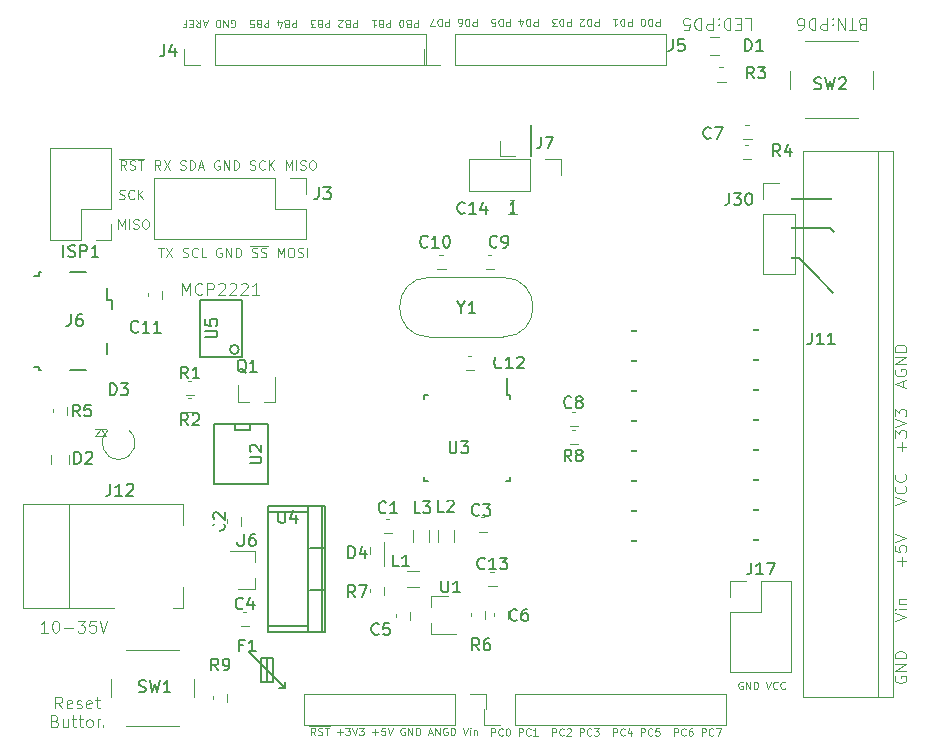
<source format=gbr>
G04 #@! TF.FileFunction,Legend,Top*
%FSLAX46Y46*%
G04 Gerber Fmt 4.6, Leading zero omitted, Abs format (unit mm)*
G04 Created by KiCad (PCBNEW 4.0.7) date 02/06/18 23:35:00*
%MOMM*%
%LPD*%
G01*
G04 APERTURE LIST*
%ADD10C,0.100000*%
%ADD11C,0.200000*%
%ADD12C,0.050000*%
%ADD13C,0.120000*%
%ADD14C,0.150000*%
%ADD15R,2.100000X2.100000*%
%ADD16O,2.100000X2.100000*%
%ADD17C,3.400000*%
%ADD18R,3.400000X3.400000*%
%ADD19R,1.200000X1.000000*%
%ADD20C,1.900000*%
%ADD21R,1.900000X1.700000*%
%ADD22R,1.700000X1.900000*%
%ADD23R,1.200000X1.300000*%
%ADD24R,1.300000X1.200000*%
%ADD25R,1.543000X0.908000*%
%ADD26R,0.950000X2.000000*%
%ADD27R,2.000000X0.950000*%
%ADD28R,1.797000X0.831800*%
%ADD29C,1.924000*%
%ADD30R,1.600000X1.150000*%
%ADD31R,1.150000X1.600000*%
%ADD32R,1.700000X0.850000*%
%ADD33O,2.400000X1.850000*%
%ADD34O,2.200000X1.550000*%
%ADD35O,1.200000X1.200000*%
%ADD36O,2.940000X2.432000*%
%ADD37R,2.200000X2.200000*%
%ADD38O,2.200000X2.200000*%
%ADD39R,1.600000X1.300000*%
%ADD40R,1.300000X1.600000*%
%ADD41C,1.100000*%
%ADD42C,0.900000*%
%ADD43C,2.400000*%
%ADD44C,5.200000*%
%ADD45R,5.200000X5.200000*%
%ADD46O,1.924000X2.940000*%
%ADD47C,4.337000*%
G04 APERTURE END LIST*
D10*
X110032142Y-54622619D02*
X110508333Y-54622619D01*
X110508333Y-55622619D01*
X109698809Y-55146429D02*
X109365475Y-55146429D01*
X109222618Y-54622619D02*
X109698809Y-54622619D01*
X109698809Y-55622619D01*
X109222618Y-55622619D01*
X108794047Y-54622619D02*
X108794047Y-55622619D01*
X108555952Y-55622619D01*
X108413094Y-55575000D01*
X108317856Y-55479762D01*
X108270237Y-55384524D01*
X108222618Y-55194048D01*
X108222618Y-55051190D01*
X108270237Y-54860714D01*
X108317856Y-54765476D01*
X108413094Y-54670238D01*
X108555952Y-54622619D01*
X108794047Y-54622619D01*
X107794047Y-54717857D02*
X107746428Y-54670238D01*
X107794047Y-54622619D01*
X107841666Y-54670238D01*
X107794047Y-54717857D01*
X107794047Y-54622619D01*
X107794047Y-55241667D02*
X107746428Y-55194048D01*
X107794047Y-55146429D01*
X107841666Y-55194048D01*
X107794047Y-55241667D01*
X107794047Y-55146429D01*
X107317857Y-54622619D02*
X107317857Y-55622619D01*
X106936904Y-55622619D01*
X106841666Y-55575000D01*
X106794047Y-55527381D01*
X106746428Y-55432143D01*
X106746428Y-55289286D01*
X106794047Y-55194048D01*
X106841666Y-55146429D01*
X106936904Y-55098810D01*
X107317857Y-55098810D01*
X106317857Y-54622619D02*
X106317857Y-55622619D01*
X106079762Y-55622619D01*
X105936904Y-55575000D01*
X105841666Y-55479762D01*
X105794047Y-55384524D01*
X105746428Y-55194048D01*
X105746428Y-55051190D01*
X105794047Y-54860714D01*
X105841666Y-54765476D01*
X105936904Y-54670238D01*
X106079762Y-54622619D01*
X106317857Y-54622619D01*
X104841666Y-55622619D02*
X105317857Y-55622619D01*
X105365476Y-55146429D01*
X105317857Y-55194048D01*
X105222619Y-55241667D01*
X104984523Y-55241667D01*
X104889285Y-55194048D01*
X104841666Y-55146429D01*
X104794047Y-55051190D01*
X104794047Y-54813095D01*
X104841666Y-54717857D01*
X104889285Y-54670238D01*
X104984523Y-54622619D01*
X105222619Y-54622619D01*
X105317857Y-54670238D01*
X105365476Y-54717857D01*
X119947618Y-55146429D02*
X119804761Y-55098810D01*
X119757142Y-55051190D01*
X119709523Y-54955952D01*
X119709523Y-54813095D01*
X119757142Y-54717857D01*
X119804761Y-54670238D01*
X119899999Y-54622619D01*
X120280952Y-54622619D01*
X120280952Y-55622619D01*
X119947618Y-55622619D01*
X119852380Y-55575000D01*
X119804761Y-55527381D01*
X119757142Y-55432143D01*
X119757142Y-55336905D01*
X119804761Y-55241667D01*
X119852380Y-55194048D01*
X119947618Y-55146429D01*
X120280952Y-55146429D01*
X119423809Y-55622619D02*
X118852380Y-55622619D01*
X119138095Y-54622619D02*
X119138095Y-55622619D01*
X118519047Y-54622619D02*
X118519047Y-55622619D01*
X117947618Y-54622619D01*
X117947618Y-55622619D01*
X117471428Y-54717857D02*
X117423809Y-54670238D01*
X117471428Y-54622619D01*
X117519047Y-54670238D01*
X117471428Y-54717857D01*
X117471428Y-54622619D01*
X117471428Y-55241667D02*
X117423809Y-55194048D01*
X117471428Y-55146429D01*
X117519047Y-55194048D01*
X117471428Y-55241667D01*
X117471428Y-55146429D01*
X116995238Y-54622619D02*
X116995238Y-55622619D01*
X116614285Y-55622619D01*
X116519047Y-55575000D01*
X116471428Y-55527381D01*
X116423809Y-55432143D01*
X116423809Y-55289286D01*
X116471428Y-55194048D01*
X116519047Y-55146429D01*
X116614285Y-55098810D01*
X116995238Y-55098810D01*
X115995238Y-54622619D02*
X115995238Y-55622619D01*
X115757143Y-55622619D01*
X115614285Y-55575000D01*
X115519047Y-55479762D01*
X115471428Y-55384524D01*
X115423809Y-55194048D01*
X115423809Y-55051190D01*
X115471428Y-54860714D01*
X115519047Y-54765476D01*
X115614285Y-54670238D01*
X115757143Y-54622619D01*
X115995238Y-54622619D01*
X114566666Y-55622619D02*
X114757143Y-55622619D01*
X114852381Y-55575000D01*
X114900000Y-55527381D01*
X114995238Y-55384524D01*
X115042857Y-55194048D01*
X115042857Y-54813095D01*
X114995238Y-54717857D01*
X114947619Y-54670238D01*
X114852381Y-54622619D01*
X114661904Y-54622619D01*
X114566666Y-54670238D01*
X114519047Y-54717857D01*
X114471428Y-54813095D01*
X114471428Y-55051190D01*
X114519047Y-55146429D01*
X114566666Y-55194048D01*
X114661904Y-55241667D01*
X114852381Y-55241667D01*
X114947619Y-55194048D01*
X114995238Y-55146429D01*
X115042857Y-55051190D01*
X51009524Y-106652381D02*
X50438095Y-106652381D01*
X50723809Y-106652381D02*
X50723809Y-105652381D01*
X50628571Y-105795238D01*
X50533333Y-105890476D01*
X50438095Y-105938095D01*
X51628571Y-105652381D02*
X51723810Y-105652381D01*
X51819048Y-105700000D01*
X51866667Y-105747619D01*
X51914286Y-105842857D01*
X51961905Y-106033333D01*
X51961905Y-106271429D01*
X51914286Y-106461905D01*
X51866667Y-106557143D01*
X51819048Y-106604762D01*
X51723810Y-106652381D01*
X51628571Y-106652381D01*
X51533333Y-106604762D01*
X51485714Y-106557143D01*
X51438095Y-106461905D01*
X51390476Y-106271429D01*
X51390476Y-106033333D01*
X51438095Y-105842857D01*
X51485714Y-105747619D01*
X51533333Y-105700000D01*
X51628571Y-105652381D01*
X52390476Y-106271429D02*
X53152381Y-106271429D01*
X53533333Y-105652381D02*
X54152381Y-105652381D01*
X53819047Y-106033333D01*
X53961905Y-106033333D01*
X54057143Y-106080952D01*
X54104762Y-106128571D01*
X54152381Y-106223810D01*
X54152381Y-106461905D01*
X54104762Y-106557143D01*
X54057143Y-106604762D01*
X53961905Y-106652381D01*
X53676190Y-106652381D01*
X53580952Y-106604762D01*
X53533333Y-106557143D01*
X55057143Y-105652381D02*
X54580952Y-105652381D01*
X54533333Y-106128571D01*
X54580952Y-106080952D01*
X54676190Y-106033333D01*
X54914286Y-106033333D01*
X55009524Y-106080952D01*
X55057143Y-106128571D01*
X55104762Y-106223810D01*
X55104762Y-106461905D01*
X55057143Y-106557143D01*
X55009524Y-106604762D01*
X54914286Y-106652381D01*
X54676190Y-106652381D01*
X54580952Y-106604762D01*
X54533333Y-106557143D01*
X55390476Y-105652381D02*
X55723809Y-106652381D01*
X56057143Y-105652381D01*
D11*
X113750000Y-69900000D02*
X117700000Y-69900000D01*
X117250000Y-72400000D02*
X117850000Y-73000000D01*
X113850000Y-72400000D02*
X117250000Y-72400000D01*
X114600000Y-74950000D02*
X118800000Y-79150000D01*
X112950000Y-74950000D02*
X114600000Y-74950000D01*
D12*
X122750000Y-110338095D02*
X122702381Y-110433333D01*
X122702381Y-110576190D01*
X122750000Y-110719048D01*
X122845238Y-110814286D01*
X122940476Y-110861905D01*
X123130952Y-110909524D01*
X123273810Y-110909524D01*
X123464286Y-110861905D01*
X123559524Y-110814286D01*
X123654762Y-110719048D01*
X123702381Y-110576190D01*
X123702381Y-110480952D01*
X123654762Y-110338095D01*
X123607143Y-110290476D01*
X123273810Y-110290476D01*
X123273810Y-110480952D01*
X123702381Y-109861905D02*
X122702381Y-109861905D01*
X123702381Y-109290476D01*
X122702381Y-109290476D01*
X123702381Y-108814286D02*
X122702381Y-108814286D01*
X122702381Y-108576191D01*
X122750000Y-108433333D01*
X122845238Y-108338095D01*
X122940476Y-108290476D01*
X123130952Y-108242857D01*
X123273810Y-108242857D01*
X123464286Y-108290476D01*
X123559524Y-108338095D01*
X123654762Y-108433333D01*
X123702381Y-108576191D01*
X123702381Y-108814286D01*
X122702381Y-105671428D02*
X123702381Y-105338095D01*
X122702381Y-105004761D01*
X123702381Y-104671428D02*
X123035714Y-104671428D01*
X122702381Y-104671428D02*
X122750000Y-104719047D01*
X122797619Y-104671428D01*
X122750000Y-104623809D01*
X122702381Y-104671428D01*
X122797619Y-104671428D01*
X123035714Y-104195238D02*
X123702381Y-104195238D01*
X123130952Y-104195238D02*
X123083333Y-104147619D01*
X123035714Y-104052381D01*
X123035714Y-103909523D01*
X123083333Y-103814285D01*
X123178571Y-103766666D01*
X123702381Y-103766666D01*
X123321429Y-101004761D02*
X123321429Y-100242856D01*
X123702381Y-100623808D02*
X122940476Y-100623808D01*
X122702381Y-99290475D02*
X122702381Y-99766666D01*
X123178571Y-99814285D01*
X123130952Y-99766666D01*
X123083333Y-99671428D01*
X123083333Y-99433332D01*
X123130952Y-99338094D01*
X123178571Y-99290475D01*
X123273810Y-99242856D01*
X123511905Y-99242856D01*
X123607143Y-99290475D01*
X123654762Y-99338094D01*
X123702381Y-99433332D01*
X123702381Y-99671428D01*
X123654762Y-99766666D01*
X123607143Y-99814285D01*
X122702381Y-98957142D02*
X123702381Y-98623809D01*
X122702381Y-98290475D01*
X122702381Y-95814284D02*
X123702381Y-95480951D01*
X122702381Y-95147617D01*
X123607143Y-94242855D02*
X123654762Y-94290474D01*
X123702381Y-94433331D01*
X123702381Y-94528569D01*
X123654762Y-94671427D01*
X123559524Y-94766665D01*
X123464286Y-94814284D01*
X123273810Y-94861903D01*
X123130952Y-94861903D01*
X122940476Y-94814284D01*
X122845238Y-94766665D01*
X122750000Y-94671427D01*
X122702381Y-94528569D01*
X122702381Y-94433331D01*
X122750000Y-94290474D01*
X122797619Y-94242855D01*
X123607143Y-93242855D02*
X123654762Y-93290474D01*
X123702381Y-93433331D01*
X123702381Y-93528569D01*
X123654762Y-93671427D01*
X123559524Y-93766665D01*
X123464286Y-93814284D01*
X123273810Y-93861903D01*
X123130952Y-93861903D01*
X122940476Y-93814284D01*
X122845238Y-93766665D01*
X122750000Y-93671427D01*
X122702381Y-93528569D01*
X122702381Y-93433331D01*
X122750000Y-93290474D01*
X122797619Y-93242855D01*
X123321429Y-91290474D02*
X123321429Y-90528569D01*
X123702381Y-90909521D02*
X122940476Y-90909521D01*
X122702381Y-90147617D02*
X122702381Y-89528569D01*
X123083333Y-89861903D01*
X123083333Y-89719045D01*
X123130952Y-89623807D01*
X123178571Y-89576188D01*
X123273810Y-89528569D01*
X123511905Y-89528569D01*
X123607143Y-89576188D01*
X123654762Y-89623807D01*
X123702381Y-89719045D01*
X123702381Y-90004760D01*
X123654762Y-90099998D01*
X123607143Y-90147617D01*
X122702381Y-89242855D02*
X123702381Y-88909522D01*
X122702381Y-88576188D01*
X122702381Y-88338093D02*
X122702381Y-87719045D01*
X123083333Y-88052379D01*
X123083333Y-87909521D01*
X123130952Y-87814283D01*
X123178571Y-87766664D01*
X123273810Y-87719045D01*
X123511905Y-87719045D01*
X123607143Y-87766664D01*
X123654762Y-87814283D01*
X123702381Y-87909521D01*
X123702381Y-88195236D01*
X123654762Y-88290474D01*
X123607143Y-88338093D01*
X123416667Y-85814283D02*
X123416667Y-85338092D01*
X123702381Y-85909521D02*
X122702381Y-85576188D01*
X123702381Y-85242854D01*
X122750000Y-84385711D02*
X122702381Y-84480949D01*
X122702381Y-84623806D01*
X122750000Y-84766664D01*
X122845238Y-84861902D01*
X122940476Y-84909521D01*
X123130952Y-84957140D01*
X123273810Y-84957140D01*
X123464286Y-84909521D01*
X123559524Y-84861902D01*
X123654762Y-84766664D01*
X123702381Y-84623806D01*
X123702381Y-84528568D01*
X123654762Y-84385711D01*
X123607143Y-84338092D01*
X123273810Y-84338092D01*
X123273810Y-84528568D01*
X123702381Y-83909521D02*
X122702381Y-83909521D01*
X123702381Y-83338092D01*
X122702381Y-83338092D01*
X123702381Y-82861902D02*
X122702381Y-82861902D01*
X122702381Y-82623807D01*
X122750000Y-82480949D01*
X122845238Y-82385711D01*
X122940476Y-82338092D01*
X123130952Y-82290473D01*
X123273810Y-82290473D01*
X123464286Y-82338092D01*
X123559524Y-82385711D01*
X123654762Y-82480949D01*
X123702381Y-82623807D01*
X123702381Y-82861902D01*
X109830000Y-110835000D02*
X109770000Y-110805000D01*
X109680000Y-110805000D01*
X109590000Y-110835000D01*
X109530000Y-110895000D01*
X109500000Y-110955000D01*
X109470000Y-111075000D01*
X109470000Y-111165000D01*
X109500000Y-111285000D01*
X109530000Y-111345000D01*
X109590000Y-111405000D01*
X109680000Y-111435000D01*
X109740000Y-111435000D01*
X109830000Y-111405000D01*
X109860000Y-111375000D01*
X109860000Y-111165000D01*
X109740000Y-111165000D01*
X110130000Y-111435000D02*
X110130000Y-110805000D01*
X110490000Y-111435000D01*
X110490000Y-110805000D01*
X110790000Y-111435000D02*
X110790000Y-110805000D01*
X110940000Y-110805000D01*
X111030000Y-110835000D01*
X111090000Y-110895000D01*
X111120000Y-110955000D01*
X111150000Y-111075000D01*
X111150000Y-111165000D01*
X111120000Y-111285000D01*
X111090000Y-111345000D01*
X111030000Y-111405000D01*
X110940000Y-111435000D01*
X110790000Y-111435000D01*
X111810000Y-110805000D02*
X112020000Y-111435000D01*
X112230000Y-110805000D01*
X112800000Y-111375000D02*
X112770000Y-111405000D01*
X112680000Y-111435000D01*
X112620000Y-111435000D01*
X112530000Y-111405000D01*
X112470000Y-111345000D01*
X112440000Y-111285000D01*
X112410000Y-111165000D01*
X112410000Y-111075000D01*
X112440000Y-110955000D01*
X112470000Y-110895000D01*
X112530000Y-110835000D01*
X112620000Y-110805000D01*
X112680000Y-110805000D01*
X112770000Y-110835000D01*
X112800000Y-110865000D01*
X113430000Y-111375000D02*
X113400000Y-111405000D01*
X113310000Y-111435000D01*
X113250000Y-111435000D01*
X113160000Y-111405000D01*
X113100000Y-111345000D01*
X113070000Y-111285000D01*
X113040000Y-111165000D01*
X113040000Y-111075000D01*
X113070000Y-110955000D01*
X113100000Y-110895000D01*
X113160000Y-110835000D01*
X113250000Y-110805000D01*
X113310000Y-110805000D01*
X113400000Y-110835000D01*
X113430000Y-110865000D01*
X82350000Y-54765000D02*
X82350000Y-55395000D01*
X82110000Y-55395000D01*
X82050000Y-55365000D01*
X82020000Y-55335000D01*
X81990000Y-55275000D01*
X81990000Y-55185000D01*
X82020000Y-55125000D01*
X82050000Y-55095000D01*
X82110000Y-55065000D01*
X82350000Y-55065000D01*
X81510000Y-55095000D02*
X81420000Y-55065000D01*
X81390000Y-55035000D01*
X81360000Y-54975000D01*
X81360000Y-54885000D01*
X81390000Y-54825000D01*
X81420000Y-54795000D01*
X81480000Y-54765000D01*
X81720000Y-54765000D01*
X81720000Y-55395000D01*
X81510000Y-55395000D01*
X81450000Y-55365000D01*
X81420000Y-55335000D01*
X81390000Y-55275000D01*
X81390000Y-55215000D01*
X81420000Y-55155000D01*
X81450000Y-55125000D01*
X81510000Y-55095000D01*
X81720000Y-55095000D01*
X80970000Y-55395000D02*
X80910000Y-55395000D01*
X80850000Y-55365000D01*
X80820000Y-55335000D01*
X80790000Y-55275000D01*
X80760000Y-55155000D01*
X80760000Y-55005000D01*
X80790000Y-54885000D01*
X80820000Y-54825000D01*
X80850000Y-54795000D01*
X80910000Y-54765000D01*
X80970000Y-54765000D01*
X81030000Y-54795000D01*
X81060000Y-54825000D01*
X81090000Y-54885000D01*
X81120000Y-55005000D01*
X81120000Y-55155000D01*
X81090000Y-55275000D01*
X81060000Y-55335000D01*
X81030000Y-55365000D01*
X80970000Y-55395000D01*
X80010000Y-54765000D02*
X80010000Y-55395000D01*
X79770000Y-55395000D01*
X79710000Y-55365000D01*
X79680000Y-55335000D01*
X79650000Y-55275000D01*
X79650000Y-55185000D01*
X79680000Y-55125000D01*
X79710000Y-55095000D01*
X79770000Y-55065000D01*
X80010000Y-55065000D01*
X79170000Y-55095000D02*
X79080000Y-55065000D01*
X79050000Y-55035000D01*
X79020000Y-54975000D01*
X79020000Y-54885000D01*
X79050000Y-54825000D01*
X79080000Y-54795000D01*
X79140000Y-54765000D01*
X79380000Y-54765000D01*
X79380000Y-55395000D01*
X79170000Y-55395000D01*
X79110000Y-55365000D01*
X79080000Y-55335000D01*
X79050000Y-55275000D01*
X79050000Y-55215000D01*
X79080000Y-55155000D01*
X79110000Y-55125000D01*
X79170000Y-55095000D01*
X79380000Y-55095000D01*
X78420000Y-54765000D02*
X78780000Y-54765000D01*
X78600000Y-54765000D02*
X78600000Y-55395000D01*
X78660000Y-55305000D01*
X78720000Y-55245000D01*
X78780000Y-55215000D01*
X77190000Y-54765000D02*
X77190000Y-55395000D01*
X76950000Y-55395000D01*
X76890000Y-55365000D01*
X76860000Y-55335000D01*
X76830000Y-55275000D01*
X76830000Y-55185000D01*
X76860000Y-55125000D01*
X76890000Y-55095000D01*
X76950000Y-55065000D01*
X77190000Y-55065000D01*
X76350000Y-55095000D02*
X76260000Y-55065000D01*
X76230000Y-55035000D01*
X76200000Y-54975000D01*
X76200000Y-54885000D01*
X76230000Y-54825000D01*
X76260000Y-54795000D01*
X76320000Y-54765000D01*
X76560000Y-54765000D01*
X76560000Y-55395000D01*
X76350000Y-55395000D01*
X76290000Y-55365000D01*
X76260000Y-55335000D01*
X76230000Y-55275000D01*
X76230000Y-55215000D01*
X76260000Y-55155000D01*
X76290000Y-55125000D01*
X76350000Y-55095000D01*
X76560000Y-55095000D01*
X75960000Y-55335000D02*
X75930000Y-55365000D01*
X75870000Y-55395000D01*
X75720000Y-55395000D01*
X75660000Y-55365000D01*
X75630000Y-55335000D01*
X75600000Y-55275000D01*
X75600000Y-55215000D01*
X75630000Y-55125000D01*
X75990000Y-54765000D01*
X75600000Y-54765000D01*
X74850000Y-54765000D02*
X74850000Y-55395000D01*
X74610000Y-55395000D01*
X74550000Y-55365000D01*
X74520000Y-55335000D01*
X74490000Y-55275000D01*
X74490000Y-55185000D01*
X74520000Y-55125000D01*
X74550000Y-55095000D01*
X74610000Y-55065000D01*
X74850000Y-55065000D01*
X74010000Y-55095000D02*
X73920000Y-55065000D01*
X73890000Y-55035000D01*
X73860000Y-54975000D01*
X73860000Y-54885000D01*
X73890000Y-54825000D01*
X73920000Y-54795000D01*
X73980000Y-54765000D01*
X74220000Y-54765000D01*
X74220000Y-55395000D01*
X74010000Y-55395000D01*
X73950000Y-55365000D01*
X73920000Y-55335000D01*
X73890000Y-55275000D01*
X73890000Y-55215000D01*
X73920000Y-55155000D01*
X73950000Y-55125000D01*
X74010000Y-55095000D01*
X74220000Y-55095000D01*
X73650000Y-55395000D02*
X73260000Y-55395000D01*
X73470000Y-55155000D01*
X73380000Y-55155000D01*
X73320000Y-55125000D01*
X73290000Y-55095000D01*
X73260000Y-55035000D01*
X73260000Y-54885000D01*
X73290000Y-54825000D01*
X73320000Y-54795000D01*
X73380000Y-54765000D01*
X73560000Y-54765000D01*
X73620000Y-54795000D01*
X73650000Y-54825000D01*
X72030000Y-54765000D02*
X72030000Y-55395000D01*
X71790000Y-55395000D01*
X71730000Y-55365000D01*
X71700000Y-55335000D01*
X71670000Y-55275000D01*
X71670000Y-55185000D01*
X71700000Y-55125000D01*
X71730000Y-55095000D01*
X71790000Y-55065000D01*
X72030000Y-55065000D01*
X71190000Y-55095000D02*
X71100000Y-55065000D01*
X71070000Y-55035000D01*
X71040000Y-54975000D01*
X71040000Y-54885000D01*
X71070000Y-54825000D01*
X71100000Y-54795000D01*
X71160000Y-54765000D01*
X71400000Y-54765000D01*
X71400000Y-55395000D01*
X71190000Y-55395000D01*
X71130000Y-55365000D01*
X71100000Y-55335000D01*
X71070000Y-55275000D01*
X71070000Y-55215000D01*
X71100000Y-55155000D01*
X71130000Y-55125000D01*
X71190000Y-55095000D01*
X71400000Y-55095000D01*
X70500000Y-55185000D02*
X70500000Y-54765000D01*
X70650000Y-55425000D02*
X70800000Y-54975000D01*
X70410000Y-54975000D01*
X69690000Y-54765000D02*
X69690000Y-55395000D01*
X69450000Y-55395000D01*
X69390000Y-55365000D01*
X69360000Y-55335000D01*
X69330000Y-55275000D01*
X69330000Y-55185000D01*
X69360000Y-55125000D01*
X69390000Y-55095000D01*
X69450000Y-55065000D01*
X69690000Y-55065000D01*
X68850000Y-55095000D02*
X68760000Y-55065000D01*
X68730000Y-55035000D01*
X68700000Y-54975000D01*
X68700000Y-54885000D01*
X68730000Y-54825000D01*
X68760000Y-54795000D01*
X68820000Y-54765000D01*
X69060000Y-54765000D01*
X69060000Y-55395000D01*
X68850000Y-55395000D01*
X68790000Y-55365000D01*
X68760000Y-55335000D01*
X68730000Y-55275000D01*
X68730000Y-55215000D01*
X68760000Y-55155000D01*
X68790000Y-55125000D01*
X68850000Y-55095000D01*
X69060000Y-55095000D01*
X68130000Y-55395000D02*
X68430000Y-55395000D01*
X68460000Y-55095000D01*
X68430000Y-55125000D01*
X68370000Y-55155000D01*
X68220000Y-55155000D01*
X68160000Y-55125000D01*
X68130000Y-55095000D01*
X68100000Y-55035000D01*
X68100000Y-54885000D01*
X68130000Y-54825000D01*
X68160000Y-54795000D01*
X68220000Y-54765000D01*
X68370000Y-54765000D01*
X68430000Y-54795000D01*
X68460000Y-54825000D01*
X66540000Y-55365000D02*
X66600000Y-55395000D01*
X66690000Y-55395000D01*
X66780000Y-55365000D01*
X66840000Y-55305000D01*
X66870000Y-55245000D01*
X66900000Y-55125000D01*
X66900000Y-55035000D01*
X66870000Y-54915000D01*
X66840000Y-54855000D01*
X66780000Y-54795000D01*
X66690000Y-54765000D01*
X66630000Y-54765000D01*
X66540000Y-54795000D01*
X66510000Y-54825000D01*
X66510000Y-55035000D01*
X66630000Y-55035000D01*
X66240000Y-54765000D02*
X66240000Y-55395000D01*
X65880000Y-54765000D01*
X65880000Y-55395000D01*
X65580000Y-54765000D02*
X65580000Y-55395000D01*
X65430000Y-55395000D01*
X65340000Y-55365000D01*
X65280000Y-55305000D01*
X65250000Y-55245000D01*
X65220000Y-55125000D01*
X65220000Y-55035000D01*
X65250000Y-54915000D01*
X65280000Y-54855000D01*
X65340000Y-54795000D01*
X65430000Y-54765000D01*
X65580000Y-54765000D01*
X64500000Y-54945000D02*
X64200000Y-54945000D01*
X64560000Y-54765000D02*
X64350000Y-55395000D01*
X64140000Y-54765000D01*
X63570000Y-54765000D02*
X63780000Y-55065000D01*
X63930000Y-54765000D02*
X63930000Y-55395000D01*
X63690000Y-55395000D01*
X63630000Y-55365000D01*
X63600000Y-55335000D01*
X63570000Y-55275000D01*
X63570000Y-55185000D01*
X63600000Y-55125000D01*
X63630000Y-55095000D01*
X63690000Y-55065000D01*
X63930000Y-55065000D01*
X63300000Y-55095000D02*
X63090000Y-55095000D01*
X63000000Y-54765000D02*
X63300000Y-54765000D01*
X63300000Y-55395000D01*
X63000000Y-55395000D01*
X62520000Y-55095000D02*
X62730000Y-55095000D01*
X62730000Y-54765000D02*
X62730000Y-55395000D01*
X62430000Y-55395000D01*
X102800000Y-54665000D02*
X102800000Y-55295000D01*
X102560000Y-55295000D01*
X102500000Y-55265000D01*
X102470000Y-55235000D01*
X102440000Y-55175000D01*
X102440000Y-55085000D01*
X102470000Y-55025000D01*
X102500000Y-54995000D01*
X102560000Y-54965000D01*
X102800000Y-54965000D01*
X102170000Y-54665000D02*
X102170000Y-55295000D01*
X102020000Y-55295000D01*
X101930000Y-55265000D01*
X101870000Y-55205000D01*
X101840000Y-55145000D01*
X101810000Y-55025000D01*
X101810000Y-54935000D01*
X101840000Y-54815000D01*
X101870000Y-54755000D01*
X101930000Y-54695000D01*
X102020000Y-54665000D01*
X102170000Y-54665000D01*
X101420000Y-55295000D02*
X101360000Y-55295000D01*
X101300000Y-55265000D01*
X101270000Y-55235000D01*
X101240000Y-55175000D01*
X101210000Y-55055000D01*
X101210000Y-54905000D01*
X101240000Y-54785000D01*
X101270000Y-54725000D01*
X101300000Y-54695000D01*
X101360000Y-54665000D01*
X101420000Y-54665000D01*
X101480000Y-54695000D01*
X101510000Y-54725000D01*
X101540000Y-54785000D01*
X101570000Y-54905000D01*
X101570000Y-55055000D01*
X101540000Y-55175000D01*
X101510000Y-55235000D01*
X101480000Y-55265000D01*
X101420000Y-55295000D01*
X100460000Y-54665000D02*
X100460000Y-55295000D01*
X100220000Y-55295000D01*
X100160000Y-55265000D01*
X100130000Y-55235000D01*
X100100000Y-55175000D01*
X100100000Y-55085000D01*
X100130000Y-55025000D01*
X100160000Y-54995000D01*
X100220000Y-54965000D01*
X100460000Y-54965000D01*
X99830000Y-54665000D02*
X99830000Y-55295000D01*
X99680000Y-55295000D01*
X99590000Y-55265000D01*
X99530000Y-55205000D01*
X99500000Y-55145000D01*
X99470000Y-55025000D01*
X99470000Y-54935000D01*
X99500000Y-54815000D01*
X99530000Y-54755000D01*
X99590000Y-54695000D01*
X99680000Y-54665000D01*
X99830000Y-54665000D01*
X98870000Y-54665000D02*
X99230000Y-54665000D01*
X99050000Y-54665000D02*
X99050000Y-55295000D01*
X99110000Y-55205000D01*
X99170000Y-55145000D01*
X99230000Y-55115000D01*
X97640000Y-54665000D02*
X97640000Y-55295000D01*
X97400000Y-55295000D01*
X97340000Y-55265000D01*
X97310000Y-55235000D01*
X97280000Y-55175000D01*
X97280000Y-55085000D01*
X97310000Y-55025000D01*
X97340000Y-54995000D01*
X97400000Y-54965000D01*
X97640000Y-54965000D01*
X97010000Y-54665000D02*
X97010000Y-55295000D01*
X96860000Y-55295000D01*
X96770000Y-55265000D01*
X96710000Y-55205000D01*
X96680000Y-55145000D01*
X96650000Y-55025000D01*
X96650000Y-54935000D01*
X96680000Y-54815000D01*
X96710000Y-54755000D01*
X96770000Y-54695000D01*
X96860000Y-54665000D01*
X97010000Y-54665000D01*
X96410000Y-55235000D02*
X96380000Y-55265000D01*
X96320000Y-55295000D01*
X96170000Y-55295000D01*
X96110000Y-55265000D01*
X96080000Y-55235000D01*
X96050000Y-55175000D01*
X96050000Y-55115000D01*
X96080000Y-55025000D01*
X96440000Y-54665000D01*
X96050000Y-54665000D01*
X95300000Y-54665000D02*
X95300000Y-55295000D01*
X95060000Y-55295000D01*
X95000000Y-55265000D01*
X94970000Y-55235000D01*
X94940000Y-55175000D01*
X94940000Y-55085000D01*
X94970000Y-55025000D01*
X95000000Y-54995000D01*
X95060000Y-54965000D01*
X95300000Y-54965000D01*
X94670000Y-54665000D02*
X94670000Y-55295000D01*
X94520000Y-55295000D01*
X94430000Y-55265000D01*
X94370000Y-55205000D01*
X94340000Y-55145000D01*
X94310000Y-55025000D01*
X94310000Y-54935000D01*
X94340000Y-54815000D01*
X94370000Y-54755000D01*
X94430000Y-54695000D01*
X94520000Y-54665000D01*
X94670000Y-54665000D01*
X94100000Y-55295000D02*
X93710000Y-55295000D01*
X93920000Y-55055000D01*
X93830000Y-55055000D01*
X93770000Y-55025000D01*
X93740000Y-54995000D01*
X93710000Y-54935000D01*
X93710000Y-54785000D01*
X93740000Y-54725000D01*
X93770000Y-54695000D01*
X93830000Y-54665000D01*
X94010000Y-54665000D01*
X94070000Y-54695000D01*
X94100000Y-54725000D01*
X92480000Y-54665000D02*
X92480000Y-55295000D01*
X92240000Y-55295000D01*
X92180000Y-55265000D01*
X92150000Y-55235000D01*
X92120000Y-55175000D01*
X92120000Y-55085000D01*
X92150000Y-55025000D01*
X92180000Y-54995000D01*
X92240000Y-54965000D01*
X92480000Y-54965000D01*
X91850000Y-54665000D02*
X91850000Y-55295000D01*
X91700000Y-55295000D01*
X91610000Y-55265000D01*
X91550000Y-55205000D01*
X91520000Y-55145000D01*
X91490000Y-55025000D01*
X91490000Y-54935000D01*
X91520000Y-54815000D01*
X91550000Y-54755000D01*
X91610000Y-54695000D01*
X91700000Y-54665000D01*
X91850000Y-54665000D01*
X90950000Y-55085000D02*
X90950000Y-54665000D01*
X91100000Y-55325000D02*
X91250000Y-54875000D01*
X90860000Y-54875000D01*
X90140000Y-54665000D02*
X90140000Y-55295000D01*
X89900000Y-55295000D01*
X89840000Y-55265000D01*
X89810000Y-55235000D01*
X89780000Y-55175000D01*
X89780000Y-55085000D01*
X89810000Y-55025000D01*
X89840000Y-54995000D01*
X89900000Y-54965000D01*
X90140000Y-54965000D01*
X89510000Y-54665000D02*
X89510000Y-55295000D01*
X89360000Y-55295000D01*
X89270000Y-55265000D01*
X89210000Y-55205000D01*
X89180000Y-55145000D01*
X89150000Y-55025000D01*
X89150000Y-54935000D01*
X89180000Y-54815000D01*
X89210000Y-54755000D01*
X89270000Y-54695000D01*
X89360000Y-54665000D01*
X89510000Y-54665000D01*
X88580000Y-55295000D02*
X88880000Y-55295000D01*
X88910000Y-54995000D01*
X88880000Y-55025000D01*
X88820000Y-55055000D01*
X88670000Y-55055000D01*
X88610000Y-55025000D01*
X88580000Y-54995000D01*
X88550000Y-54935000D01*
X88550000Y-54785000D01*
X88580000Y-54725000D01*
X88610000Y-54695000D01*
X88670000Y-54665000D01*
X88820000Y-54665000D01*
X88880000Y-54695000D01*
X88910000Y-54725000D01*
X87320000Y-54665000D02*
X87320000Y-55295000D01*
X87080000Y-55295000D01*
X87020000Y-55265000D01*
X86990000Y-55235000D01*
X86960000Y-55175000D01*
X86960000Y-55085000D01*
X86990000Y-55025000D01*
X87020000Y-54995000D01*
X87080000Y-54965000D01*
X87320000Y-54965000D01*
X86690000Y-54665000D02*
X86690000Y-55295000D01*
X86540000Y-55295000D01*
X86450000Y-55265000D01*
X86390000Y-55205000D01*
X86360000Y-55145000D01*
X86330000Y-55025000D01*
X86330000Y-54935000D01*
X86360000Y-54815000D01*
X86390000Y-54755000D01*
X86450000Y-54695000D01*
X86540000Y-54665000D01*
X86690000Y-54665000D01*
X85790000Y-55295000D02*
X85910000Y-55295000D01*
X85970000Y-55265000D01*
X86000000Y-55235000D01*
X86060000Y-55145000D01*
X86090000Y-55025000D01*
X86090000Y-54785000D01*
X86060000Y-54725000D01*
X86030000Y-54695000D01*
X85970000Y-54665000D01*
X85850000Y-54665000D01*
X85790000Y-54695000D01*
X85760000Y-54725000D01*
X85730000Y-54785000D01*
X85730000Y-54935000D01*
X85760000Y-54995000D01*
X85790000Y-55025000D01*
X85850000Y-55055000D01*
X85970000Y-55055000D01*
X86030000Y-55025000D01*
X86060000Y-54995000D01*
X86090000Y-54935000D01*
X84980000Y-54665000D02*
X84980000Y-55295000D01*
X84740000Y-55295000D01*
X84680000Y-55265000D01*
X84650000Y-55235000D01*
X84620000Y-55175000D01*
X84620000Y-55085000D01*
X84650000Y-55025000D01*
X84680000Y-54995000D01*
X84740000Y-54965000D01*
X84980000Y-54965000D01*
X84350000Y-54665000D02*
X84350000Y-55295000D01*
X84200000Y-55295000D01*
X84110000Y-55265000D01*
X84050000Y-55205000D01*
X84020000Y-55145000D01*
X83990000Y-55025000D01*
X83990000Y-54935000D01*
X84020000Y-54815000D01*
X84050000Y-54755000D01*
X84110000Y-54695000D01*
X84200000Y-54665000D01*
X84350000Y-54665000D01*
X83780000Y-55295000D02*
X83360000Y-55295000D01*
X83630000Y-54665000D01*
X88550000Y-115385000D02*
X88550000Y-114755000D01*
X88790000Y-114755000D01*
X88850000Y-114785000D01*
X88880000Y-114815000D01*
X88910000Y-114875000D01*
X88910000Y-114965000D01*
X88880000Y-115025000D01*
X88850000Y-115055000D01*
X88790000Y-115085000D01*
X88550000Y-115085000D01*
X89540000Y-115325000D02*
X89510000Y-115355000D01*
X89420000Y-115385000D01*
X89360000Y-115385000D01*
X89270000Y-115355000D01*
X89210000Y-115295000D01*
X89180000Y-115235000D01*
X89150000Y-115115000D01*
X89150000Y-115025000D01*
X89180000Y-114905000D01*
X89210000Y-114845000D01*
X89270000Y-114785000D01*
X89360000Y-114755000D01*
X89420000Y-114755000D01*
X89510000Y-114785000D01*
X89540000Y-114815000D01*
X89930000Y-114755000D02*
X89990000Y-114755000D01*
X90050000Y-114785000D01*
X90080000Y-114815000D01*
X90110000Y-114875000D01*
X90140000Y-114995000D01*
X90140000Y-115145000D01*
X90110000Y-115265000D01*
X90080000Y-115325000D01*
X90050000Y-115355000D01*
X89990000Y-115385000D01*
X89930000Y-115385000D01*
X89870000Y-115355000D01*
X89840000Y-115325000D01*
X89810000Y-115265000D01*
X89780000Y-115145000D01*
X89780000Y-114995000D01*
X89810000Y-114875000D01*
X89840000Y-114815000D01*
X89870000Y-114785000D01*
X89930000Y-114755000D01*
X90890000Y-115385000D02*
X90890000Y-114755000D01*
X91130000Y-114755000D01*
X91190000Y-114785000D01*
X91220000Y-114815000D01*
X91250000Y-114875000D01*
X91250000Y-114965000D01*
X91220000Y-115025000D01*
X91190000Y-115055000D01*
X91130000Y-115085000D01*
X90890000Y-115085000D01*
X91880000Y-115325000D02*
X91850000Y-115355000D01*
X91760000Y-115385000D01*
X91700000Y-115385000D01*
X91610000Y-115355000D01*
X91550000Y-115295000D01*
X91520000Y-115235000D01*
X91490000Y-115115000D01*
X91490000Y-115025000D01*
X91520000Y-114905000D01*
X91550000Y-114845000D01*
X91610000Y-114785000D01*
X91700000Y-114755000D01*
X91760000Y-114755000D01*
X91850000Y-114785000D01*
X91880000Y-114815000D01*
X92480000Y-115385000D02*
X92120000Y-115385000D01*
X92300000Y-115385000D02*
X92300000Y-114755000D01*
X92240000Y-114845000D01*
X92180000Y-114905000D01*
X92120000Y-114935000D01*
X93710000Y-115385000D02*
X93710000Y-114755000D01*
X93950000Y-114755000D01*
X94010000Y-114785000D01*
X94040000Y-114815000D01*
X94070000Y-114875000D01*
X94070000Y-114965000D01*
X94040000Y-115025000D01*
X94010000Y-115055000D01*
X93950000Y-115085000D01*
X93710000Y-115085000D01*
X94700000Y-115325000D02*
X94670000Y-115355000D01*
X94580000Y-115385000D01*
X94520000Y-115385000D01*
X94430000Y-115355000D01*
X94370000Y-115295000D01*
X94340000Y-115235000D01*
X94310000Y-115115000D01*
X94310000Y-115025000D01*
X94340000Y-114905000D01*
X94370000Y-114845000D01*
X94430000Y-114785000D01*
X94520000Y-114755000D01*
X94580000Y-114755000D01*
X94670000Y-114785000D01*
X94700000Y-114815000D01*
X94940000Y-114815000D02*
X94970000Y-114785000D01*
X95030000Y-114755000D01*
X95180000Y-114755000D01*
X95240000Y-114785000D01*
X95270000Y-114815000D01*
X95300000Y-114875000D01*
X95300000Y-114935000D01*
X95270000Y-115025000D01*
X94910000Y-115385000D01*
X95300000Y-115385000D01*
X96050000Y-115385000D02*
X96050000Y-114755000D01*
X96290000Y-114755000D01*
X96350000Y-114785000D01*
X96380000Y-114815000D01*
X96410000Y-114875000D01*
X96410000Y-114965000D01*
X96380000Y-115025000D01*
X96350000Y-115055000D01*
X96290000Y-115085000D01*
X96050000Y-115085000D01*
X97040000Y-115325000D02*
X97010000Y-115355000D01*
X96920000Y-115385000D01*
X96860000Y-115385000D01*
X96770000Y-115355000D01*
X96710000Y-115295000D01*
X96680000Y-115235000D01*
X96650000Y-115115000D01*
X96650000Y-115025000D01*
X96680000Y-114905000D01*
X96710000Y-114845000D01*
X96770000Y-114785000D01*
X96860000Y-114755000D01*
X96920000Y-114755000D01*
X97010000Y-114785000D01*
X97040000Y-114815000D01*
X97250000Y-114755000D02*
X97640000Y-114755000D01*
X97430000Y-114995000D01*
X97520000Y-114995000D01*
X97580000Y-115025000D01*
X97610000Y-115055000D01*
X97640000Y-115115000D01*
X97640000Y-115265000D01*
X97610000Y-115325000D01*
X97580000Y-115355000D01*
X97520000Y-115385000D01*
X97340000Y-115385000D01*
X97280000Y-115355000D01*
X97250000Y-115325000D01*
X98870000Y-115385000D02*
X98870000Y-114755000D01*
X99110000Y-114755000D01*
X99170000Y-114785000D01*
X99200000Y-114815000D01*
X99230000Y-114875000D01*
X99230000Y-114965000D01*
X99200000Y-115025000D01*
X99170000Y-115055000D01*
X99110000Y-115085000D01*
X98870000Y-115085000D01*
X99860000Y-115325000D02*
X99830000Y-115355000D01*
X99740000Y-115385000D01*
X99680000Y-115385000D01*
X99590000Y-115355000D01*
X99530000Y-115295000D01*
X99500000Y-115235000D01*
X99470000Y-115115000D01*
X99470000Y-115025000D01*
X99500000Y-114905000D01*
X99530000Y-114845000D01*
X99590000Y-114785000D01*
X99680000Y-114755000D01*
X99740000Y-114755000D01*
X99830000Y-114785000D01*
X99860000Y-114815000D01*
X100400000Y-114965000D02*
X100400000Y-115385000D01*
X100250000Y-114725000D02*
X100100000Y-115175000D01*
X100490000Y-115175000D01*
X101210000Y-115385000D02*
X101210000Y-114755000D01*
X101450000Y-114755000D01*
X101510000Y-114785000D01*
X101540000Y-114815000D01*
X101570000Y-114875000D01*
X101570000Y-114965000D01*
X101540000Y-115025000D01*
X101510000Y-115055000D01*
X101450000Y-115085000D01*
X101210000Y-115085000D01*
X102200000Y-115325000D02*
X102170000Y-115355000D01*
X102080000Y-115385000D01*
X102020000Y-115385000D01*
X101930000Y-115355000D01*
X101870000Y-115295000D01*
X101840000Y-115235000D01*
X101810000Y-115115000D01*
X101810000Y-115025000D01*
X101840000Y-114905000D01*
X101870000Y-114845000D01*
X101930000Y-114785000D01*
X102020000Y-114755000D01*
X102080000Y-114755000D01*
X102170000Y-114785000D01*
X102200000Y-114815000D01*
X102770000Y-114755000D02*
X102470000Y-114755000D01*
X102440000Y-115055000D01*
X102470000Y-115025000D01*
X102530000Y-114995000D01*
X102680000Y-114995000D01*
X102740000Y-115025000D01*
X102770000Y-115055000D01*
X102800000Y-115115000D01*
X102800000Y-115265000D01*
X102770000Y-115325000D01*
X102740000Y-115355000D01*
X102680000Y-115385000D01*
X102530000Y-115385000D01*
X102470000Y-115355000D01*
X102440000Y-115325000D01*
X104030000Y-115385000D02*
X104030000Y-114755000D01*
X104270000Y-114755000D01*
X104330000Y-114785000D01*
X104360000Y-114815000D01*
X104390000Y-114875000D01*
X104390000Y-114965000D01*
X104360000Y-115025000D01*
X104330000Y-115055000D01*
X104270000Y-115085000D01*
X104030000Y-115085000D01*
X105020000Y-115325000D02*
X104990000Y-115355000D01*
X104900000Y-115385000D01*
X104840000Y-115385000D01*
X104750000Y-115355000D01*
X104690000Y-115295000D01*
X104660000Y-115235000D01*
X104630000Y-115115000D01*
X104630000Y-115025000D01*
X104660000Y-114905000D01*
X104690000Y-114845000D01*
X104750000Y-114785000D01*
X104840000Y-114755000D01*
X104900000Y-114755000D01*
X104990000Y-114785000D01*
X105020000Y-114815000D01*
X105560000Y-114755000D02*
X105440000Y-114755000D01*
X105380000Y-114785000D01*
X105350000Y-114815000D01*
X105290000Y-114905000D01*
X105260000Y-115025000D01*
X105260000Y-115265000D01*
X105290000Y-115325000D01*
X105320000Y-115355000D01*
X105380000Y-115385000D01*
X105500000Y-115385000D01*
X105560000Y-115355000D01*
X105590000Y-115325000D01*
X105620000Y-115265000D01*
X105620000Y-115115000D01*
X105590000Y-115055000D01*
X105560000Y-115025000D01*
X105500000Y-114995000D01*
X105380000Y-114995000D01*
X105320000Y-115025000D01*
X105290000Y-115055000D01*
X105260000Y-115115000D01*
X106370000Y-115385000D02*
X106370000Y-114755000D01*
X106610000Y-114755000D01*
X106670000Y-114785000D01*
X106700000Y-114815000D01*
X106730000Y-114875000D01*
X106730000Y-114965000D01*
X106700000Y-115025000D01*
X106670000Y-115055000D01*
X106610000Y-115085000D01*
X106370000Y-115085000D01*
X107360000Y-115325000D02*
X107330000Y-115355000D01*
X107240000Y-115385000D01*
X107180000Y-115385000D01*
X107090000Y-115355000D01*
X107030000Y-115295000D01*
X107000000Y-115235000D01*
X106970000Y-115115000D01*
X106970000Y-115025000D01*
X107000000Y-114905000D01*
X107030000Y-114845000D01*
X107090000Y-114785000D01*
X107180000Y-114755000D01*
X107240000Y-114755000D01*
X107330000Y-114785000D01*
X107360000Y-114815000D01*
X107570000Y-114755000D02*
X107990000Y-114755000D01*
X107720000Y-115385000D01*
X73660000Y-115335000D02*
X73450000Y-115035000D01*
X73300000Y-115335000D02*
X73300000Y-114705000D01*
X73540000Y-114705000D01*
X73600000Y-114735000D01*
X73630000Y-114765000D01*
X73660000Y-114825000D01*
X73660000Y-114915000D01*
X73630000Y-114975000D01*
X73600000Y-115005000D01*
X73540000Y-115035000D01*
X73300000Y-115035000D01*
X73900000Y-115305000D02*
X73990000Y-115335000D01*
X74140000Y-115335000D01*
X74200000Y-115305000D01*
X74230000Y-115275000D01*
X74260000Y-115215000D01*
X74260000Y-115155000D01*
X74230000Y-115095000D01*
X74200000Y-115065000D01*
X74140000Y-115035000D01*
X74020000Y-115005000D01*
X73960000Y-114975000D01*
X73930000Y-114945000D01*
X73900000Y-114885000D01*
X73900000Y-114825000D01*
X73930000Y-114765000D01*
X73960000Y-114735000D01*
X74020000Y-114705000D01*
X74170000Y-114705000D01*
X74260000Y-114735000D01*
X74440000Y-114705000D02*
X74800000Y-114705000D01*
X74620000Y-115335000D02*
X74620000Y-114705000D01*
X73150000Y-114596400D02*
X74860000Y-114596400D01*
X75490000Y-115095000D02*
X75970000Y-115095000D01*
X75730000Y-115335000D02*
X75730000Y-114855000D01*
X76210000Y-114705000D02*
X76600000Y-114705000D01*
X76390000Y-114945000D01*
X76480000Y-114945000D01*
X76540000Y-114975000D01*
X76570000Y-115005000D01*
X76600000Y-115065000D01*
X76600000Y-115215000D01*
X76570000Y-115275000D01*
X76540000Y-115305000D01*
X76480000Y-115335000D01*
X76300000Y-115335000D01*
X76240000Y-115305000D01*
X76210000Y-115275000D01*
X76780000Y-114705000D02*
X76990000Y-115335000D01*
X77200000Y-114705000D01*
X77350000Y-114705000D02*
X77740000Y-114705000D01*
X77530000Y-114945000D01*
X77620000Y-114945000D01*
X77680000Y-114975000D01*
X77710000Y-115005000D01*
X77740000Y-115065000D01*
X77740000Y-115215000D01*
X77710000Y-115275000D01*
X77680000Y-115305000D01*
X77620000Y-115335000D01*
X77440000Y-115335000D01*
X77380000Y-115305000D01*
X77350000Y-115275000D01*
X78490000Y-115095000D02*
X78970000Y-115095000D01*
X78730000Y-115335000D02*
X78730000Y-114855000D01*
X79570000Y-114705000D02*
X79270000Y-114705000D01*
X79240000Y-115005000D01*
X79270000Y-114975000D01*
X79330000Y-114945000D01*
X79480000Y-114945000D01*
X79540000Y-114975000D01*
X79570000Y-115005000D01*
X79600000Y-115065000D01*
X79600000Y-115215000D01*
X79570000Y-115275000D01*
X79540000Y-115305000D01*
X79480000Y-115335000D01*
X79330000Y-115335000D01*
X79270000Y-115305000D01*
X79240000Y-115275000D01*
X79780000Y-114705000D02*
X79990000Y-115335000D01*
X80200000Y-114705000D01*
X81220000Y-114735000D02*
X81160000Y-114705000D01*
X81070000Y-114705000D01*
X80980000Y-114735000D01*
X80920000Y-114795000D01*
X80890000Y-114855000D01*
X80860000Y-114975000D01*
X80860000Y-115065000D01*
X80890000Y-115185000D01*
X80920000Y-115245000D01*
X80980000Y-115305000D01*
X81070000Y-115335000D01*
X81130000Y-115335000D01*
X81220000Y-115305000D01*
X81250000Y-115275000D01*
X81250000Y-115065000D01*
X81130000Y-115065000D01*
X81520000Y-115335000D02*
X81520000Y-114705000D01*
X81880000Y-115335000D01*
X81880000Y-114705000D01*
X82180000Y-115335000D02*
X82180000Y-114705000D01*
X82330000Y-114705000D01*
X82420000Y-114735000D01*
X82480000Y-114795000D01*
X82510000Y-114855000D01*
X82540000Y-114975000D01*
X82540000Y-115065000D01*
X82510000Y-115185000D01*
X82480000Y-115245000D01*
X82420000Y-115305000D01*
X82330000Y-115335000D01*
X82180000Y-115335000D01*
X83260000Y-115155000D02*
X83560000Y-115155000D01*
X83200000Y-115335000D02*
X83410000Y-114705000D01*
X83620000Y-115335000D01*
X83830000Y-115335000D02*
X83830000Y-114705000D01*
X84190000Y-115335000D01*
X84190000Y-114705000D01*
X84820000Y-114735000D02*
X84760000Y-114705000D01*
X84670000Y-114705000D01*
X84580000Y-114735000D01*
X84520000Y-114795000D01*
X84490000Y-114855000D01*
X84460000Y-114975000D01*
X84460000Y-115065000D01*
X84490000Y-115185000D01*
X84520000Y-115245000D01*
X84580000Y-115305000D01*
X84670000Y-115335000D01*
X84730000Y-115335000D01*
X84820000Y-115305000D01*
X84850000Y-115275000D01*
X84850000Y-115065000D01*
X84730000Y-115065000D01*
X85120000Y-115335000D02*
X85120000Y-114705000D01*
X85270000Y-114705000D01*
X85360000Y-114735000D01*
X85420000Y-114795000D01*
X85450000Y-114855000D01*
X85480000Y-114975000D01*
X85480000Y-115065000D01*
X85450000Y-115185000D01*
X85420000Y-115245000D01*
X85360000Y-115305000D01*
X85270000Y-115335000D01*
X85120000Y-115335000D01*
X86140000Y-114705000D02*
X86350000Y-115335000D01*
X86560000Y-114705000D01*
X86770000Y-115335000D02*
X86770000Y-114915000D01*
X86770000Y-114705000D02*
X86740000Y-114735000D01*
X86770000Y-114765000D01*
X86800000Y-114735000D01*
X86770000Y-114705000D01*
X86770000Y-114765000D01*
X87070000Y-114915000D02*
X87070000Y-115335000D01*
X87070000Y-114975000D02*
X87100000Y-114945000D01*
X87160000Y-114915000D01*
X87250000Y-114915000D01*
X87310000Y-114945000D01*
X87340000Y-115005000D01*
X87340000Y-115335000D01*
X56990476Y-72461905D02*
X56990476Y-71661905D01*
X57257143Y-72233333D01*
X57523810Y-71661905D01*
X57523810Y-72461905D01*
X57904762Y-72461905D02*
X57904762Y-71661905D01*
X58247619Y-72423810D02*
X58361905Y-72461905D01*
X58552381Y-72461905D01*
X58628571Y-72423810D01*
X58666667Y-72385714D01*
X58704762Y-72309524D01*
X58704762Y-72233333D01*
X58666667Y-72157143D01*
X58628571Y-72119048D01*
X58552381Y-72080952D01*
X58400000Y-72042857D01*
X58323809Y-72004762D01*
X58285714Y-71966667D01*
X58247619Y-71890476D01*
X58247619Y-71814286D01*
X58285714Y-71738095D01*
X58323809Y-71700000D01*
X58400000Y-71661905D01*
X58590476Y-71661905D01*
X58704762Y-71700000D01*
X59200000Y-71661905D02*
X59352381Y-71661905D01*
X59428572Y-71700000D01*
X59504762Y-71776190D01*
X59542857Y-71928571D01*
X59542857Y-72195238D01*
X59504762Y-72347619D01*
X59428572Y-72423810D01*
X59352381Y-72461905D01*
X59200000Y-72461905D01*
X59123810Y-72423810D01*
X59047619Y-72347619D01*
X59009524Y-72195238D01*
X59009524Y-71928571D01*
X59047619Y-71776190D01*
X59123810Y-71700000D01*
X59200000Y-71661905D01*
X57052381Y-69923810D02*
X57166667Y-69961905D01*
X57357143Y-69961905D01*
X57433333Y-69923810D01*
X57471429Y-69885714D01*
X57509524Y-69809524D01*
X57509524Y-69733333D01*
X57471429Y-69657143D01*
X57433333Y-69619048D01*
X57357143Y-69580952D01*
X57204762Y-69542857D01*
X57128571Y-69504762D01*
X57090476Y-69466667D01*
X57052381Y-69390476D01*
X57052381Y-69314286D01*
X57090476Y-69238095D01*
X57128571Y-69200000D01*
X57204762Y-69161905D01*
X57395238Y-69161905D01*
X57509524Y-69200000D01*
X58309524Y-69885714D02*
X58271429Y-69923810D01*
X58157143Y-69961905D01*
X58080953Y-69961905D01*
X57966667Y-69923810D01*
X57890476Y-69847619D01*
X57852381Y-69771429D01*
X57814286Y-69619048D01*
X57814286Y-69504762D01*
X57852381Y-69352381D01*
X57890476Y-69276190D01*
X57966667Y-69200000D01*
X58080953Y-69161905D01*
X58157143Y-69161905D01*
X58271429Y-69200000D01*
X58309524Y-69238095D01*
X58652381Y-69961905D02*
X58652381Y-69161905D01*
X59109524Y-69961905D02*
X58766667Y-69504762D01*
X59109524Y-69161905D02*
X58652381Y-69619048D01*
X57647619Y-67461905D02*
X57380952Y-67080952D01*
X57190476Y-67461905D02*
X57190476Y-66661905D01*
X57495238Y-66661905D01*
X57571429Y-66700000D01*
X57609524Y-66738095D01*
X57647619Y-66814286D01*
X57647619Y-66928571D01*
X57609524Y-67004762D01*
X57571429Y-67042857D01*
X57495238Y-67080952D01*
X57190476Y-67080952D01*
X57952381Y-67423810D02*
X58066667Y-67461905D01*
X58257143Y-67461905D01*
X58333333Y-67423810D01*
X58371429Y-67385714D01*
X58409524Y-67309524D01*
X58409524Y-67233333D01*
X58371429Y-67157143D01*
X58333333Y-67119048D01*
X58257143Y-67080952D01*
X58104762Y-67042857D01*
X58028571Y-67004762D01*
X57990476Y-66966667D01*
X57952381Y-66890476D01*
X57952381Y-66814286D01*
X57990476Y-66738095D01*
X58028571Y-66700000D01*
X58104762Y-66661905D01*
X58295238Y-66661905D01*
X58409524Y-66700000D01*
X58638095Y-66661905D02*
X59095238Y-66661905D01*
X58866667Y-67461905D02*
X58866667Y-66661905D01*
X57000000Y-66524000D02*
X59171429Y-66524000D01*
X60376190Y-74061905D02*
X60833333Y-74061905D01*
X60604762Y-74861905D02*
X60604762Y-74061905D01*
X61023810Y-74061905D02*
X61557143Y-74861905D01*
X61557143Y-74061905D02*
X61023810Y-74861905D01*
X62433334Y-74823810D02*
X62547620Y-74861905D01*
X62738096Y-74861905D01*
X62814286Y-74823810D01*
X62852382Y-74785714D01*
X62890477Y-74709524D01*
X62890477Y-74633333D01*
X62852382Y-74557143D01*
X62814286Y-74519048D01*
X62738096Y-74480952D01*
X62585715Y-74442857D01*
X62509524Y-74404762D01*
X62471429Y-74366667D01*
X62433334Y-74290476D01*
X62433334Y-74214286D01*
X62471429Y-74138095D01*
X62509524Y-74100000D01*
X62585715Y-74061905D01*
X62776191Y-74061905D01*
X62890477Y-74100000D01*
X63690477Y-74785714D02*
X63652382Y-74823810D01*
X63538096Y-74861905D01*
X63461906Y-74861905D01*
X63347620Y-74823810D01*
X63271429Y-74747619D01*
X63233334Y-74671429D01*
X63195239Y-74519048D01*
X63195239Y-74404762D01*
X63233334Y-74252381D01*
X63271429Y-74176190D01*
X63347620Y-74100000D01*
X63461906Y-74061905D01*
X63538096Y-74061905D01*
X63652382Y-74100000D01*
X63690477Y-74138095D01*
X64414287Y-74861905D02*
X64033334Y-74861905D01*
X64033334Y-74061905D01*
X65709525Y-74100000D02*
X65633334Y-74061905D01*
X65519049Y-74061905D01*
X65404763Y-74100000D01*
X65328572Y-74176190D01*
X65290477Y-74252381D01*
X65252382Y-74404762D01*
X65252382Y-74519048D01*
X65290477Y-74671429D01*
X65328572Y-74747619D01*
X65404763Y-74823810D01*
X65519049Y-74861905D01*
X65595239Y-74861905D01*
X65709525Y-74823810D01*
X65747620Y-74785714D01*
X65747620Y-74519048D01*
X65595239Y-74519048D01*
X66090477Y-74861905D02*
X66090477Y-74061905D01*
X66547620Y-74861905D01*
X66547620Y-74061905D01*
X66928572Y-74861905D02*
X66928572Y-74061905D01*
X67119048Y-74061905D01*
X67233334Y-74100000D01*
X67309525Y-74176190D01*
X67347620Y-74252381D01*
X67385715Y-74404762D01*
X67385715Y-74519048D01*
X67347620Y-74671429D01*
X67309525Y-74747619D01*
X67233334Y-74823810D01*
X67119048Y-74861905D01*
X66928572Y-74861905D01*
X68300001Y-74823810D02*
X68414287Y-74861905D01*
X68604763Y-74861905D01*
X68680953Y-74823810D01*
X68719049Y-74785714D01*
X68757144Y-74709524D01*
X68757144Y-74633333D01*
X68719049Y-74557143D01*
X68680953Y-74519048D01*
X68604763Y-74480952D01*
X68452382Y-74442857D01*
X68376191Y-74404762D01*
X68338096Y-74366667D01*
X68300001Y-74290476D01*
X68300001Y-74214286D01*
X68338096Y-74138095D01*
X68376191Y-74100000D01*
X68452382Y-74061905D01*
X68642858Y-74061905D01*
X68757144Y-74100000D01*
X69061906Y-74823810D02*
X69176192Y-74861905D01*
X69366668Y-74861905D01*
X69442858Y-74823810D01*
X69480954Y-74785714D01*
X69519049Y-74709524D01*
X69519049Y-74633333D01*
X69480954Y-74557143D01*
X69442858Y-74519048D01*
X69366668Y-74480952D01*
X69214287Y-74442857D01*
X69138096Y-74404762D01*
X69100001Y-74366667D01*
X69061906Y-74290476D01*
X69061906Y-74214286D01*
X69100001Y-74138095D01*
X69138096Y-74100000D01*
X69214287Y-74061905D01*
X69404763Y-74061905D01*
X69519049Y-74100000D01*
X68147620Y-73924000D02*
X69671430Y-73924000D01*
X70471430Y-74861905D02*
X70471430Y-74061905D01*
X70738097Y-74633333D01*
X71004764Y-74061905D01*
X71004764Y-74861905D01*
X71538097Y-74061905D02*
X71690478Y-74061905D01*
X71766669Y-74100000D01*
X71842859Y-74176190D01*
X71880954Y-74328571D01*
X71880954Y-74595238D01*
X71842859Y-74747619D01*
X71766669Y-74823810D01*
X71690478Y-74861905D01*
X71538097Y-74861905D01*
X71461907Y-74823810D01*
X71385716Y-74747619D01*
X71347621Y-74595238D01*
X71347621Y-74328571D01*
X71385716Y-74176190D01*
X71461907Y-74100000D01*
X71538097Y-74061905D01*
X72185716Y-74823810D02*
X72300002Y-74861905D01*
X72490478Y-74861905D01*
X72566668Y-74823810D01*
X72604764Y-74785714D01*
X72642859Y-74709524D01*
X72642859Y-74633333D01*
X72604764Y-74557143D01*
X72566668Y-74519048D01*
X72490478Y-74480952D01*
X72338097Y-74442857D01*
X72261906Y-74404762D01*
X72223811Y-74366667D01*
X72185716Y-74290476D01*
X72185716Y-74214286D01*
X72223811Y-74138095D01*
X72261906Y-74100000D01*
X72338097Y-74061905D01*
X72528573Y-74061905D01*
X72642859Y-74100000D01*
X72985716Y-74861905D02*
X72985716Y-74061905D01*
X60547619Y-67461905D02*
X60280952Y-67080952D01*
X60090476Y-67461905D02*
X60090476Y-66661905D01*
X60395238Y-66661905D01*
X60471429Y-66700000D01*
X60509524Y-66738095D01*
X60547619Y-66814286D01*
X60547619Y-66928571D01*
X60509524Y-67004762D01*
X60471429Y-67042857D01*
X60395238Y-67080952D01*
X60090476Y-67080952D01*
X60814286Y-66661905D02*
X61347619Y-67461905D01*
X61347619Y-66661905D02*
X60814286Y-67461905D01*
X62223810Y-67423810D02*
X62338096Y-67461905D01*
X62528572Y-67461905D01*
X62604762Y-67423810D01*
X62642858Y-67385714D01*
X62680953Y-67309524D01*
X62680953Y-67233333D01*
X62642858Y-67157143D01*
X62604762Y-67119048D01*
X62528572Y-67080952D01*
X62376191Y-67042857D01*
X62300000Y-67004762D01*
X62261905Y-66966667D01*
X62223810Y-66890476D01*
X62223810Y-66814286D01*
X62261905Y-66738095D01*
X62300000Y-66700000D01*
X62376191Y-66661905D01*
X62566667Y-66661905D01*
X62680953Y-66700000D01*
X63023810Y-67461905D02*
X63023810Y-66661905D01*
X63214286Y-66661905D01*
X63328572Y-66700000D01*
X63404763Y-66776190D01*
X63442858Y-66852381D01*
X63480953Y-67004762D01*
X63480953Y-67119048D01*
X63442858Y-67271429D01*
X63404763Y-67347619D01*
X63328572Y-67423810D01*
X63214286Y-67461905D01*
X63023810Y-67461905D01*
X63785715Y-67233333D02*
X64166667Y-67233333D01*
X63709524Y-67461905D02*
X63976191Y-66661905D01*
X64242858Y-67461905D01*
X65538096Y-66700000D02*
X65461905Y-66661905D01*
X65347620Y-66661905D01*
X65233334Y-66700000D01*
X65157143Y-66776190D01*
X65119048Y-66852381D01*
X65080953Y-67004762D01*
X65080953Y-67119048D01*
X65119048Y-67271429D01*
X65157143Y-67347619D01*
X65233334Y-67423810D01*
X65347620Y-67461905D01*
X65423810Y-67461905D01*
X65538096Y-67423810D01*
X65576191Y-67385714D01*
X65576191Y-67119048D01*
X65423810Y-67119048D01*
X65919048Y-67461905D02*
X65919048Y-66661905D01*
X66376191Y-67461905D01*
X66376191Y-66661905D01*
X66757143Y-67461905D02*
X66757143Y-66661905D01*
X66947619Y-66661905D01*
X67061905Y-66700000D01*
X67138096Y-66776190D01*
X67176191Y-66852381D01*
X67214286Y-67004762D01*
X67214286Y-67119048D01*
X67176191Y-67271429D01*
X67138096Y-67347619D01*
X67061905Y-67423810D01*
X66947619Y-67461905D01*
X66757143Y-67461905D01*
X68128572Y-67423810D02*
X68242858Y-67461905D01*
X68433334Y-67461905D01*
X68509524Y-67423810D01*
X68547620Y-67385714D01*
X68585715Y-67309524D01*
X68585715Y-67233333D01*
X68547620Y-67157143D01*
X68509524Y-67119048D01*
X68433334Y-67080952D01*
X68280953Y-67042857D01*
X68204762Y-67004762D01*
X68166667Y-66966667D01*
X68128572Y-66890476D01*
X68128572Y-66814286D01*
X68166667Y-66738095D01*
X68204762Y-66700000D01*
X68280953Y-66661905D01*
X68471429Y-66661905D01*
X68585715Y-66700000D01*
X69385715Y-67385714D02*
X69347620Y-67423810D01*
X69233334Y-67461905D01*
X69157144Y-67461905D01*
X69042858Y-67423810D01*
X68966667Y-67347619D01*
X68928572Y-67271429D01*
X68890477Y-67119048D01*
X68890477Y-67004762D01*
X68928572Y-66852381D01*
X68966667Y-66776190D01*
X69042858Y-66700000D01*
X69157144Y-66661905D01*
X69233334Y-66661905D01*
X69347620Y-66700000D01*
X69385715Y-66738095D01*
X69728572Y-67461905D02*
X69728572Y-66661905D01*
X70185715Y-67461905D02*
X69842858Y-67004762D01*
X70185715Y-66661905D02*
X69728572Y-67119048D01*
X71138096Y-67461905D02*
X71138096Y-66661905D01*
X71404763Y-67233333D01*
X71671430Y-66661905D01*
X71671430Y-67461905D01*
X72052382Y-67461905D02*
X72052382Y-66661905D01*
X72395239Y-67423810D02*
X72509525Y-67461905D01*
X72700001Y-67461905D01*
X72776191Y-67423810D01*
X72814287Y-67385714D01*
X72852382Y-67309524D01*
X72852382Y-67233333D01*
X72814287Y-67157143D01*
X72776191Y-67119048D01*
X72700001Y-67080952D01*
X72547620Y-67042857D01*
X72471429Y-67004762D01*
X72433334Y-66966667D01*
X72395239Y-66890476D01*
X72395239Y-66814286D01*
X72433334Y-66738095D01*
X72471429Y-66700000D01*
X72547620Y-66661905D01*
X72738096Y-66661905D01*
X72852382Y-66700000D01*
X73347620Y-66661905D02*
X73500001Y-66661905D01*
X73576192Y-66700000D01*
X73652382Y-66776190D01*
X73690477Y-66928571D01*
X73690477Y-67195238D01*
X73652382Y-67347619D01*
X73576192Y-67423810D01*
X73500001Y-67461905D01*
X73347620Y-67461905D01*
X73271430Y-67423810D01*
X73195239Y-67347619D01*
X73157144Y-67195238D01*
X73157144Y-66928571D01*
X73195239Y-66776190D01*
X73271430Y-66700000D01*
X73347620Y-66661905D01*
D10*
X62361905Y-78052381D02*
X62361905Y-77052381D01*
X62695239Y-77766667D01*
X63028572Y-77052381D01*
X63028572Y-78052381D01*
X64076191Y-77957143D02*
X64028572Y-78004762D01*
X63885715Y-78052381D01*
X63790477Y-78052381D01*
X63647619Y-78004762D01*
X63552381Y-77909524D01*
X63504762Y-77814286D01*
X63457143Y-77623810D01*
X63457143Y-77480952D01*
X63504762Y-77290476D01*
X63552381Y-77195238D01*
X63647619Y-77100000D01*
X63790477Y-77052381D01*
X63885715Y-77052381D01*
X64028572Y-77100000D01*
X64076191Y-77147619D01*
X64504762Y-78052381D02*
X64504762Y-77052381D01*
X64885715Y-77052381D01*
X64980953Y-77100000D01*
X65028572Y-77147619D01*
X65076191Y-77242857D01*
X65076191Y-77385714D01*
X65028572Y-77480952D01*
X64980953Y-77528571D01*
X64885715Y-77576190D01*
X64504762Y-77576190D01*
X65457143Y-77147619D02*
X65504762Y-77100000D01*
X65600000Y-77052381D01*
X65838096Y-77052381D01*
X65933334Y-77100000D01*
X65980953Y-77147619D01*
X66028572Y-77242857D01*
X66028572Y-77338095D01*
X65980953Y-77480952D01*
X65409524Y-78052381D01*
X66028572Y-78052381D01*
X66409524Y-77147619D02*
X66457143Y-77100000D01*
X66552381Y-77052381D01*
X66790477Y-77052381D01*
X66885715Y-77100000D01*
X66933334Y-77147619D01*
X66980953Y-77242857D01*
X66980953Y-77338095D01*
X66933334Y-77480952D01*
X66361905Y-78052381D01*
X66980953Y-78052381D01*
X67361905Y-77147619D02*
X67409524Y-77100000D01*
X67504762Y-77052381D01*
X67742858Y-77052381D01*
X67838096Y-77100000D01*
X67885715Y-77147619D01*
X67933334Y-77242857D01*
X67933334Y-77338095D01*
X67885715Y-77480952D01*
X67314286Y-78052381D01*
X67933334Y-78052381D01*
X68885715Y-78052381D02*
X68314286Y-78052381D01*
X68600000Y-78052381D02*
X68600000Y-77052381D01*
X68504762Y-77195238D01*
X68409524Y-77290476D01*
X68314286Y-77338095D01*
X52228905Y-113063381D02*
X51895571Y-112587190D01*
X51657476Y-113063381D02*
X51657476Y-112063381D01*
X52038429Y-112063381D01*
X52133667Y-112111000D01*
X52181286Y-112158619D01*
X52228905Y-112253857D01*
X52228905Y-112396714D01*
X52181286Y-112491952D01*
X52133667Y-112539571D01*
X52038429Y-112587190D01*
X51657476Y-112587190D01*
X53038429Y-113015762D02*
X52943191Y-113063381D01*
X52752714Y-113063381D01*
X52657476Y-113015762D01*
X52609857Y-112920524D01*
X52609857Y-112539571D01*
X52657476Y-112444333D01*
X52752714Y-112396714D01*
X52943191Y-112396714D01*
X53038429Y-112444333D01*
X53086048Y-112539571D01*
X53086048Y-112634810D01*
X52609857Y-112730048D01*
X53467000Y-113015762D02*
X53562238Y-113063381D01*
X53752714Y-113063381D01*
X53847953Y-113015762D01*
X53895572Y-112920524D01*
X53895572Y-112872905D01*
X53847953Y-112777667D01*
X53752714Y-112730048D01*
X53609857Y-112730048D01*
X53514619Y-112682429D01*
X53467000Y-112587190D01*
X53467000Y-112539571D01*
X53514619Y-112444333D01*
X53609857Y-112396714D01*
X53752714Y-112396714D01*
X53847953Y-112444333D01*
X54705096Y-113015762D02*
X54609858Y-113063381D01*
X54419381Y-113063381D01*
X54324143Y-113015762D01*
X54276524Y-112920524D01*
X54276524Y-112539571D01*
X54324143Y-112444333D01*
X54419381Y-112396714D01*
X54609858Y-112396714D01*
X54705096Y-112444333D01*
X54752715Y-112539571D01*
X54752715Y-112634810D01*
X54276524Y-112730048D01*
X55038429Y-112396714D02*
X55419381Y-112396714D01*
X55181286Y-112063381D02*
X55181286Y-112920524D01*
X55228905Y-113015762D01*
X55324143Y-113063381D01*
X55419381Y-113063381D01*
X51609857Y-114139571D02*
X51752714Y-114187190D01*
X51800333Y-114234810D01*
X51847952Y-114330048D01*
X51847952Y-114472905D01*
X51800333Y-114568143D01*
X51752714Y-114615762D01*
X51657476Y-114663381D01*
X51276523Y-114663381D01*
X51276523Y-113663381D01*
X51609857Y-113663381D01*
X51705095Y-113711000D01*
X51752714Y-113758619D01*
X51800333Y-113853857D01*
X51800333Y-113949095D01*
X51752714Y-114044333D01*
X51705095Y-114091952D01*
X51609857Y-114139571D01*
X51276523Y-114139571D01*
X52705095Y-113996714D02*
X52705095Y-114663381D01*
X52276523Y-113996714D02*
X52276523Y-114520524D01*
X52324142Y-114615762D01*
X52419380Y-114663381D01*
X52562238Y-114663381D01*
X52657476Y-114615762D01*
X52705095Y-114568143D01*
X53038428Y-113996714D02*
X53419380Y-113996714D01*
X53181285Y-113663381D02*
X53181285Y-114520524D01*
X53228904Y-114615762D01*
X53324142Y-114663381D01*
X53419380Y-114663381D01*
X53609857Y-113996714D02*
X53990809Y-113996714D01*
X53752714Y-113663381D02*
X53752714Y-114520524D01*
X53800333Y-114615762D01*
X53895571Y-114663381D01*
X53990809Y-114663381D01*
X54467000Y-114663381D02*
X54371762Y-114615762D01*
X54324143Y-114568143D01*
X54276524Y-114472905D01*
X54276524Y-114187190D01*
X54324143Y-114091952D01*
X54371762Y-114044333D01*
X54467000Y-113996714D01*
X54609858Y-113996714D01*
X54705096Y-114044333D01*
X54752715Y-114091952D01*
X54800334Y-114187190D01*
X54800334Y-114472905D01*
X54752715Y-114568143D01*
X54705096Y-114615762D01*
X54609858Y-114663381D01*
X54467000Y-114663381D01*
X55228905Y-113996714D02*
X55228905Y-114663381D01*
X55228905Y-114091952D02*
X55276524Y-114044333D01*
X55371762Y-113996714D01*
X55514620Y-113996714D01*
X55609858Y-114044333D01*
X55657477Y-114139571D01*
X55657477Y-114663381D01*
D13*
X108770000Y-110010000D02*
X113970000Y-110010000D01*
X108770000Y-104870000D02*
X108770000Y-110010000D01*
X113970000Y-102270000D02*
X113970000Y-110010000D01*
X108770000Y-104870000D02*
X111370000Y-104870000D01*
X111370000Y-104870000D02*
X111370000Y-102270000D01*
X111370000Y-102270000D02*
X113970000Y-102270000D01*
X108770000Y-103600000D02*
X108770000Y-102270000D01*
X108770000Y-102270000D02*
X110100000Y-102270000D01*
X114935000Y-112141000D02*
X122555000Y-112141000D01*
X122555000Y-65913000D02*
X114935000Y-65913000D01*
X121285000Y-112141000D02*
X121285000Y-65933000D01*
X114935000Y-112141000D02*
X114935000Y-65933000D01*
X122555000Y-112141000D02*
X122555000Y-65933000D01*
X78330000Y-101050000D02*
X79470000Y-101050000D01*
X79470000Y-101050000D02*
X79470000Y-98950000D01*
X78330000Y-101050000D02*
X78330000Y-98950000D01*
X60010000Y-68170000D02*
X60010000Y-73370000D01*
X70230000Y-68170000D02*
X60010000Y-68170000D01*
X72830000Y-73370000D02*
X60010000Y-73370000D01*
X70230000Y-68170000D02*
X70230000Y-70770000D01*
X70230000Y-70770000D02*
X72830000Y-70770000D01*
X72830000Y-70770000D02*
X72830000Y-73370000D01*
X71500000Y-68170000D02*
X72830000Y-68170000D01*
X72830000Y-68170000D02*
X72830000Y-69500000D01*
X89565000Y-81625000D02*
X83315000Y-81625000D01*
X89565000Y-76575000D02*
X83315000Y-76575000D01*
X89565000Y-76575000D02*
G75*
G02X89565000Y-81625000I0J-2525000D01*
G01*
X83315000Y-76575000D02*
G75*
G03X83315000Y-81625000I0J-2525000D01*
G01*
X106500000Y-56250000D02*
X109700000Y-56250000D01*
X109700000Y-57750000D02*
X106500000Y-57750000D01*
X109700000Y-57750000D02*
X109700000Y-56250000D01*
X52820000Y-91075000D02*
X52820000Y-94275000D01*
X51320000Y-94275000D02*
X51320000Y-91075000D01*
X51320000Y-94275000D02*
X52820000Y-94275000D01*
X85471000Y-111827000D02*
X72711000Y-111827000D01*
X72711000Y-111827000D02*
X72711000Y-114487000D01*
X72711000Y-114487000D02*
X85471000Y-114487000D01*
X85471000Y-114487000D02*
X85471000Y-111827000D01*
X86741000Y-111827000D02*
X88071000Y-111827000D01*
X88071000Y-111827000D02*
X88071000Y-113157000D01*
X90551000Y-114487000D02*
X108391000Y-114487000D01*
X108391000Y-114487000D02*
X108391000Y-111827000D01*
X108391000Y-111827000D02*
X90551000Y-111827000D01*
X90551000Y-111827000D02*
X90551000Y-114487000D01*
X89281000Y-114487000D02*
X87951000Y-114487000D01*
X87951000Y-114487000D02*
X87951000Y-113157000D01*
X65151000Y-58607000D02*
X82991000Y-58607000D01*
X82991000Y-58607000D02*
X82991000Y-55947000D01*
X82991000Y-55947000D02*
X65151000Y-55947000D01*
X65151000Y-55947000D02*
X65151000Y-58607000D01*
X63881000Y-58607000D02*
X62551000Y-58607000D01*
X62551000Y-58607000D02*
X62551000Y-57277000D01*
X85471000Y-58607000D02*
X103311000Y-58607000D01*
X103311000Y-58607000D02*
X103311000Y-55947000D01*
X103311000Y-55947000D02*
X85471000Y-55947000D01*
X85471000Y-55947000D02*
X85471000Y-58607000D01*
X84201000Y-58607000D02*
X82871000Y-58607000D01*
X82871000Y-58607000D02*
X82871000Y-57277000D01*
X67120000Y-87160000D02*
X68050000Y-87160000D01*
X70280000Y-87160000D02*
X69350000Y-87160000D01*
X70280000Y-87160000D02*
X70280000Y-85000000D01*
X67120000Y-87160000D02*
X67120000Y-85700000D01*
X83440000Y-103570000D02*
X83440000Y-104500000D01*
X83440000Y-106730000D02*
X83440000Y-105800000D01*
X83440000Y-106730000D02*
X85600000Y-106730000D01*
X83440000Y-103570000D02*
X84900000Y-103570000D01*
D14*
X69661000Y-89025000D02*
X69661000Y-94105000D01*
X69661000Y-94105000D02*
X65089000Y-94105000D01*
X65089000Y-94105000D02*
X65089000Y-89025000D01*
X65089000Y-89025000D02*
X69661000Y-89025000D01*
X68137000Y-89025000D02*
X68137000Y-89533000D01*
X68137000Y-89533000D02*
X66867000Y-89533000D01*
X66867000Y-89533000D02*
X66867000Y-89025000D01*
X90112000Y-86545000D02*
X89887000Y-86545000D01*
X90112000Y-93795000D02*
X89787000Y-93795000D01*
X82862000Y-93795000D02*
X83187000Y-93795000D01*
X82862000Y-86545000D02*
X83187000Y-86545000D01*
X90112000Y-86545000D02*
X90112000Y-86870000D01*
X82862000Y-86545000D02*
X82862000Y-86870000D01*
X82862000Y-93795000D02*
X82862000Y-93470000D01*
X90112000Y-93795000D02*
X90112000Y-93470000D01*
X89887000Y-86545000D02*
X89887000Y-85120000D01*
X63881000Y-83312000D02*
X63881000Y-78486000D01*
X63881000Y-78486000D02*
X67437000Y-78486000D01*
X67437000Y-78486000D02*
X67437000Y-83312000D01*
X67437000Y-83312000D02*
X63881000Y-83312000D01*
X67183000Y-82677000D02*
G75*
G03X67183000Y-82677000I-381000J0D01*
G01*
X70616000Y-111356000D02*
X71124000Y-111356000D01*
X71124000Y-110848000D02*
X71124000Y-111356000D01*
X68076000Y-108308000D02*
X71124000Y-111356000D01*
X69600000Y-108816000D02*
X69600000Y-111864000D01*
X69600000Y-107800000D02*
X69600000Y-108816000D01*
X70108000Y-108816000D02*
X69092000Y-108816000D01*
X69092000Y-108816000D02*
X69092000Y-110848000D01*
X69092000Y-110848000D02*
X70108000Y-110848000D01*
X70108000Y-110848000D02*
X70108000Y-108816000D01*
D13*
X86690000Y-66570000D02*
X86690000Y-69230000D01*
X91830000Y-66570000D02*
X86690000Y-66570000D01*
X91830000Y-69230000D02*
X86690000Y-69230000D01*
X91830000Y-66570000D02*
X91830000Y-69230000D01*
X93100000Y-66570000D02*
X94430000Y-66570000D01*
X94430000Y-66570000D02*
X94430000Y-67900000D01*
X79450000Y-97000000D02*
X80150000Y-97000000D01*
X80150000Y-98200000D02*
X79450000Y-98200000D01*
X66200000Y-97600000D02*
X66200000Y-96900000D01*
X67400000Y-96900000D02*
X67400000Y-97600000D01*
X88200000Y-98100000D02*
X87500000Y-98100000D01*
X87500000Y-96900000D02*
X88200000Y-96900000D01*
X68050000Y-106100000D02*
X67350000Y-106100000D01*
X67350000Y-104900000D02*
X68050000Y-104900000D01*
X80500000Y-105600000D02*
X80500000Y-104900000D01*
X81700000Y-104900000D02*
X81700000Y-105600000D01*
X90000000Y-104800000D02*
X90000000Y-105500000D01*
X88800000Y-105500000D02*
X88800000Y-104800000D01*
X109900000Y-63700000D02*
X110600000Y-63700000D01*
X110600000Y-64900000D02*
X109900000Y-64900000D01*
X95200000Y-88000000D02*
X95900000Y-88000000D01*
X95900000Y-89200000D02*
X95200000Y-89200000D01*
X88100000Y-74700000D02*
X88800000Y-74700000D01*
X88800000Y-75900000D02*
X88100000Y-75900000D01*
X84700000Y-75900000D02*
X84000000Y-75900000D01*
X84000000Y-74700000D02*
X84700000Y-74700000D01*
X60700000Y-77700000D02*
X60700000Y-78400000D01*
X59500000Y-78400000D02*
X59500000Y-77700000D01*
X87098000Y-84426000D02*
X86398000Y-84426000D01*
X86398000Y-83226000D02*
X87098000Y-83226000D01*
X91930000Y-66330000D02*
X91930000Y-63670000D01*
X91870000Y-66330000D02*
X91930000Y-66330000D01*
X91870000Y-63670000D02*
X91930000Y-63670000D01*
X91870000Y-66330000D02*
X91870000Y-63670000D01*
X90600000Y-66330000D02*
X89270000Y-66330000D01*
X89270000Y-66330000D02*
X89270000Y-65000000D01*
X62698000Y-85326000D02*
X63398000Y-85326000D01*
X63398000Y-86526000D02*
X62698000Y-86526000D01*
X63400000Y-88000000D02*
X62700000Y-88000000D01*
X62700000Y-86800000D02*
X63400000Y-86800000D01*
X107700000Y-58800000D02*
X108400000Y-58800000D01*
X108400000Y-60000000D02*
X107700000Y-60000000D01*
X110550000Y-66550000D02*
X109850000Y-66550000D01*
X109850000Y-65350000D02*
X110550000Y-65350000D01*
X52670000Y-87534000D02*
X52670000Y-88234000D01*
X51470000Y-88234000D02*
X51470000Y-87534000D01*
X86800000Y-105500000D02*
X86800000Y-104800000D01*
X88000000Y-104800000D02*
X88000000Y-105500000D01*
X78300000Y-103500000D02*
X78300000Y-102800000D01*
X79500000Y-102800000D02*
X79500000Y-103500000D01*
X95900000Y-90700000D02*
X95200000Y-90700000D01*
X95200000Y-89500000D02*
X95900000Y-89500000D01*
X66200000Y-111850000D02*
X66200000Y-112550000D01*
X65000000Y-112550000D02*
X65000000Y-111850000D01*
X68560000Y-102930000D02*
X68560000Y-102000000D01*
X68560000Y-99770000D02*
X68560000Y-100700000D01*
X68560000Y-99770000D02*
X66400000Y-99770000D01*
X68560000Y-102930000D02*
X67100000Y-102930000D01*
D14*
X54250000Y-76150000D02*
X52850000Y-76150000D01*
X50450000Y-76150000D02*
X50300000Y-76150000D01*
X50300000Y-76150000D02*
X50300000Y-76450000D01*
X50300000Y-76450000D02*
X49850000Y-76450000D01*
X49850000Y-84150000D02*
X50300000Y-84150000D01*
X50300000Y-84150000D02*
X50300000Y-84450000D01*
X50300000Y-84450000D02*
X50450000Y-84450000D01*
X52850000Y-84450000D02*
X54250000Y-84450000D01*
X56425000Y-79225000D02*
X56425000Y-78500000D01*
X56425000Y-78500000D02*
X56000000Y-78500000D01*
X56000000Y-78500000D02*
X56000000Y-77500000D01*
X56000000Y-82100000D02*
X56000000Y-83100000D01*
D13*
X111570000Y-76310000D02*
X114230000Y-76310000D01*
X111570000Y-71170000D02*
X111570000Y-76310000D01*
X114230000Y-71170000D02*
X114230000Y-76310000D01*
X111570000Y-71170000D02*
X114230000Y-71170000D01*
X111570000Y-69900000D02*
X111570000Y-68570000D01*
X111570000Y-68570000D02*
X112900000Y-68570000D01*
D14*
X73051000Y-106086000D02*
X69622000Y-106086000D01*
X73051000Y-96434000D02*
X69622000Y-96434000D01*
X74194000Y-106594000D02*
X74194000Y-95926000D01*
X73178000Y-103038000D02*
X74448000Y-103038000D01*
X73178000Y-99482000D02*
X74448000Y-99482000D01*
X73051000Y-95926000D02*
X73051000Y-106594000D01*
X69622000Y-106594000D02*
X69622000Y-95926000D01*
X74448000Y-95926000D02*
X69622000Y-95926000D01*
X74448000Y-106594000D02*
X69622000Y-106594000D01*
X74448000Y-106594000D02*
X74448000Y-95926000D01*
X111739158Y-96311198D02*
X110215158Y-96311198D01*
X101361158Y-96343198D02*
X99837158Y-96343198D01*
X111739158Y-91231198D02*
X110215158Y-91231198D01*
X111739158Y-93771198D02*
X110215158Y-93771198D01*
X101361158Y-93803198D02*
X99837158Y-93803198D01*
X101361158Y-91263198D02*
X99837158Y-91263198D01*
X101361158Y-88723198D02*
X99837158Y-88723198D01*
X101361158Y-86183198D02*
X99837158Y-86183198D01*
X101361158Y-83643198D02*
X99837158Y-83643198D01*
X101361158Y-81103198D02*
X99837158Y-81103198D01*
X111739158Y-81071198D02*
X110215158Y-81071198D01*
X111739158Y-98851198D02*
X110215158Y-98851198D01*
X101361158Y-98883198D02*
X99837158Y-98883198D01*
X111739158Y-83611198D02*
X110215158Y-83611198D01*
X111739158Y-86151198D02*
X110215158Y-86151198D01*
X111739158Y-88691198D02*
X110215158Y-88691198D01*
D13*
X55920000Y-89457000D02*
X55031000Y-89457000D01*
X55475500Y-89457000D02*
X55920000Y-90049667D01*
X55920000Y-90049667D02*
X55031000Y-90049667D01*
X55031000Y-90049667D02*
X55475500Y-89457000D01*
X56066730Y-89569367D02*
G75*
G03X57900000Y-89540189I933270J-1030633D01*
G01*
X81400000Y-101420000D02*
X82400000Y-101420000D01*
X82400000Y-102780000D02*
X81400000Y-102780000D01*
X84020000Y-99000000D02*
X84020000Y-98000000D01*
X85380000Y-98000000D02*
X85380000Y-99000000D01*
X81920000Y-99000000D02*
X81920000Y-98000000D01*
X83280000Y-98000000D02*
X83280000Y-99000000D01*
X88300000Y-101500000D02*
X89000000Y-101500000D01*
X89000000Y-102700000D02*
X88300000Y-102700000D01*
X62100000Y-108100000D02*
X57600000Y-108100000D01*
X63350000Y-112100000D02*
X63350000Y-110600000D01*
X57600000Y-114600000D02*
X62100000Y-114600000D01*
X56350000Y-110600000D02*
X56350000Y-112100000D01*
X115100000Y-63100000D02*
X119600000Y-63100000D01*
X113850000Y-59100000D02*
X113850000Y-60600000D01*
X119600000Y-56600000D02*
X115100000Y-56600000D01*
X120850000Y-60600000D02*
X120850000Y-59100000D01*
X52794000Y-95802000D02*
X52794000Y-104602000D01*
X56594000Y-104602000D02*
X48894000Y-104602000D01*
X48894000Y-104602000D02*
X48894000Y-95802000D01*
X48894000Y-95802000D02*
X49094000Y-95802000D01*
X62494000Y-102752000D02*
X62494000Y-104602000D01*
X62494000Y-104602000D02*
X61644000Y-104602000D01*
X48994000Y-95802000D02*
X62494000Y-95802000D01*
X62494000Y-95802000D02*
X62494000Y-97652000D01*
X90000000Y-70050000D02*
X90700000Y-70050000D01*
X90700000Y-71250000D02*
X90000000Y-71250000D01*
X56380000Y-65640000D02*
X51180000Y-65640000D01*
X56380000Y-70780000D02*
X56380000Y-65640000D01*
X51180000Y-73380000D02*
X51180000Y-65640000D01*
X56380000Y-70780000D02*
X53780000Y-70780000D01*
X53780000Y-70780000D02*
X53780000Y-73380000D01*
X53780000Y-73380000D02*
X51180000Y-73380000D01*
X56380000Y-72050000D02*
X56380000Y-73380000D01*
X56380000Y-73380000D02*
X55050000Y-73380000D01*
D14*
X110560477Y-100722381D02*
X110560477Y-101436667D01*
X110512857Y-101579524D01*
X110417619Y-101674762D01*
X110274762Y-101722381D01*
X110179524Y-101722381D01*
X111560477Y-101722381D02*
X110989048Y-101722381D01*
X111274762Y-101722381D02*
X111274762Y-100722381D01*
X111179524Y-100865238D01*
X111084286Y-100960476D01*
X110989048Y-101008095D01*
X111893810Y-100722381D02*
X112560477Y-100722381D01*
X112131905Y-101722381D01*
X115690477Y-81252381D02*
X115690477Y-81966667D01*
X115642857Y-82109524D01*
X115547619Y-82204762D01*
X115404762Y-82252381D01*
X115309524Y-82252381D01*
X116690477Y-82252381D02*
X116119048Y-82252381D01*
X116404762Y-82252381D02*
X116404762Y-81252381D01*
X116309524Y-81395238D01*
X116214286Y-81490476D01*
X116119048Y-81538095D01*
X117642858Y-82252381D02*
X117071429Y-82252381D01*
X117357143Y-82252381D02*
X117357143Y-81252381D01*
X117261905Y-81395238D01*
X117166667Y-81490476D01*
X117071429Y-81538095D01*
X76461905Y-100352381D02*
X76461905Y-99352381D01*
X76700000Y-99352381D01*
X76842858Y-99400000D01*
X76938096Y-99495238D01*
X76985715Y-99590476D01*
X77033334Y-99780952D01*
X77033334Y-99923810D01*
X76985715Y-100114286D01*
X76938096Y-100209524D01*
X76842858Y-100304762D01*
X76700000Y-100352381D01*
X76461905Y-100352381D01*
X77890477Y-99685714D02*
X77890477Y-100352381D01*
X77652381Y-99304762D02*
X77414286Y-100019048D01*
X78033334Y-100019048D01*
X73966667Y-68952381D02*
X73966667Y-69666667D01*
X73919047Y-69809524D01*
X73823809Y-69904762D01*
X73680952Y-69952381D01*
X73585714Y-69952381D01*
X74347619Y-68952381D02*
X74966667Y-68952381D01*
X74633333Y-69333333D01*
X74776191Y-69333333D01*
X74871429Y-69380952D01*
X74919048Y-69428571D01*
X74966667Y-69523810D01*
X74966667Y-69761905D01*
X74919048Y-69857143D01*
X74871429Y-69904762D01*
X74776191Y-69952381D01*
X74490476Y-69952381D01*
X74395238Y-69904762D01*
X74347619Y-69857143D01*
X86023809Y-79126190D02*
X86023809Y-79602381D01*
X85690476Y-78602381D02*
X86023809Y-79126190D01*
X86357143Y-78602381D01*
X87214286Y-79602381D02*
X86642857Y-79602381D01*
X86928571Y-79602381D02*
X86928571Y-78602381D01*
X86833333Y-78745238D01*
X86738095Y-78840476D01*
X86642857Y-78888095D01*
X110035905Y-57402381D02*
X110035905Y-56402381D01*
X110274000Y-56402381D01*
X110416858Y-56450000D01*
X110512096Y-56545238D01*
X110559715Y-56640476D01*
X110607334Y-56830952D01*
X110607334Y-56973810D01*
X110559715Y-57164286D01*
X110512096Y-57259524D01*
X110416858Y-57354762D01*
X110274000Y-57402381D01*
X110035905Y-57402381D01*
X111559715Y-57402381D02*
X110988286Y-57402381D01*
X111274000Y-57402381D02*
X111274000Y-56402381D01*
X111178762Y-56545238D01*
X111083524Y-56640476D01*
X110988286Y-56688095D01*
X53261905Y-92352381D02*
X53261905Y-91352381D01*
X53500000Y-91352381D01*
X53642858Y-91400000D01*
X53738096Y-91495238D01*
X53785715Y-91590476D01*
X53833334Y-91780952D01*
X53833334Y-91923810D01*
X53785715Y-92114286D01*
X53738096Y-92209524D01*
X53642858Y-92304762D01*
X53500000Y-92352381D01*
X53261905Y-92352381D01*
X54214286Y-91447619D02*
X54261905Y-91400000D01*
X54357143Y-91352381D01*
X54595239Y-91352381D01*
X54690477Y-91400000D01*
X54738096Y-91447619D01*
X54785715Y-91542857D01*
X54785715Y-91638095D01*
X54738096Y-91780952D01*
X54166667Y-92352381D01*
X54785715Y-92352381D01*
X88523381Y-113490333D02*
X89237667Y-113490333D01*
X89380524Y-113537953D01*
X89475762Y-113633191D01*
X89523381Y-113776048D01*
X89523381Y-113871286D01*
X89523381Y-112490333D02*
X89523381Y-113061762D01*
X89523381Y-112776048D02*
X88523381Y-112776048D01*
X88666238Y-112871286D01*
X88761476Y-112966524D01*
X88809095Y-113061762D01*
X86403381Y-113490333D02*
X87117667Y-113490333D01*
X87260524Y-113537953D01*
X87355762Y-113633191D01*
X87403381Y-113776048D01*
X87403381Y-113871286D01*
X86498619Y-113061762D02*
X86451000Y-113014143D01*
X86403381Y-112918905D01*
X86403381Y-112680809D01*
X86451000Y-112585571D01*
X86498619Y-112537952D01*
X86593857Y-112490333D01*
X86689095Y-112490333D01*
X86831952Y-112537952D01*
X87403381Y-113109381D01*
X87403381Y-112490333D01*
X60866667Y-56852381D02*
X60866667Y-57566667D01*
X60819047Y-57709524D01*
X60723809Y-57804762D01*
X60580952Y-57852381D01*
X60485714Y-57852381D01*
X61771429Y-57185714D02*
X61771429Y-57852381D01*
X61533333Y-56804762D02*
X61295238Y-57519048D01*
X61914286Y-57519048D01*
X103916667Y-56402381D02*
X103916667Y-57116667D01*
X103869047Y-57259524D01*
X103773809Y-57354762D01*
X103630952Y-57402381D01*
X103535714Y-57402381D01*
X104869048Y-56402381D02*
X104392857Y-56402381D01*
X104345238Y-56878571D01*
X104392857Y-56830952D01*
X104488095Y-56783333D01*
X104726191Y-56783333D01*
X104821429Y-56830952D01*
X104869048Y-56878571D01*
X104916667Y-56973810D01*
X104916667Y-57211905D01*
X104869048Y-57307143D01*
X104821429Y-57354762D01*
X104726191Y-57402381D01*
X104488095Y-57402381D01*
X104392857Y-57354762D01*
X104345238Y-57307143D01*
X67804762Y-84647619D02*
X67709524Y-84600000D01*
X67614286Y-84504762D01*
X67471429Y-84361905D01*
X67376190Y-84314286D01*
X67280952Y-84314286D01*
X67328571Y-84552381D02*
X67233333Y-84504762D01*
X67138095Y-84409524D01*
X67090476Y-84219048D01*
X67090476Y-83885714D01*
X67138095Y-83695238D01*
X67233333Y-83600000D01*
X67328571Y-83552381D01*
X67519048Y-83552381D01*
X67614286Y-83600000D01*
X67709524Y-83695238D01*
X67757143Y-83885714D01*
X67757143Y-84219048D01*
X67709524Y-84409524D01*
X67614286Y-84504762D01*
X67519048Y-84552381D01*
X67328571Y-84552381D01*
X68709524Y-84552381D02*
X68138095Y-84552381D01*
X68423809Y-84552381D02*
X68423809Y-83552381D01*
X68328571Y-83695238D01*
X68233333Y-83790476D01*
X68138095Y-83838095D01*
X84338095Y-102252381D02*
X84338095Y-103061905D01*
X84385714Y-103157143D01*
X84433333Y-103204762D01*
X84528571Y-103252381D01*
X84719048Y-103252381D01*
X84814286Y-103204762D01*
X84861905Y-103157143D01*
X84909524Y-103061905D01*
X84909524Y-102252381D01*
X85909524Y-103252381D02*
X85338095Y-103252381D01*
X85623809Y-103252381D02*
X85623809Y-102252381D01*
X85528571Y-102395238D01*
X85433333Y-102490476D01*
X85338095Y-102538095D01*
X68097381Y-92326905D02*
X68906905Y-92326905D01*
X69002143Y-92279286D01*
X69049762Y-92231667D01*
X69097381Y-92136429D01*
X69097381Y-91945952D01*
X69049762Y-91850714D01*
X69002143Y-91803095D01*
X68906905Y-91755476D01*
X68097381Y-91755476D01*
X68192619Y-91326905D02*
X68145000Y-91279286D01*
X68097381Y-91184048D01*
X68097381Y-90945952D01*
X68145000Y-90850714D01*
X68192619Y-90803095D01*
X68287857Y-90755476D01*
X68383095Y-90755476D01*
X68525952Y-90803095D01*
X69097381Y-91374524D01*
X69097381Y-90755476D01*
X85038095Y-90452381D02*
X85038095Y-91261905D01*
X85085714Y-91357143D01*
X85133333Y-91404762D01*
X85228571Y-91452381D01*
X85419048Y-91452381D01*
X85514286Y-91404762D01*
X85561905Y-91357143D01*
X85609524Y-91261905D01*
X85609524Y-90452381D01*
X85990476Y-90452381D02*
X86609524Y-90452381D01*
X86276190Y-90833333D01*
X86419048Y-90833333D01*
X86514286Y-90880952D01*
X86561905Y-90928571D01*
X86609524Y-91023810D01*
X86609524Y-91261905D01*
X86561905Y-91357143D01*
X86514286Y-91404762D01*
X86419048Y-91452381D01*
X86133333Y-91452381D01*
X86038095Y-91404762D01*
X85990476Y-91357143D01*
X64349381Y-81660905D02*
X65158905Y-81660905D01*
X65254143Y-81613286D01*
X65301762Y-81565667D01*
X65349381Y-81470429D01*
X65349381Y-81279952D01*
X65301762Y-81184714D01*
X65254143Y-81137095D01*
X65158905Y-81089476D01*
X64349381Y-81089476D01*
X64349381Y-80137095D02*
X64349381Y-80613286D01*
X64825571Y-80660905D01*
X64777952Y-80613286D01*
X64730333Y-80518048D01*
X64730333Y-80279952D01*
X64777952Y-80184714D01*
X64825571Y-80137095D01*
X64920810Y-80089476D01*
X65158905Y-80089476D01*
X65254143Y-80137095D01*
X65301762Y-80184714D01*
X65349381Y-80279952D01*
X65349381Y-80518048D01*
X65301762Y-80613286D01*
X65254143Y-80660905D01*
X67566667Y-107728571D02*
X67233333Y-107728571D01*
X67233333Y-108252381D02*
X67233333Y-107252381D01*
X67709524Y-107252381D01*
X68614286Y-108252381D02*
X68042857Y-108252381D01*
X68328571Y-108252381D02*
X68328571Y-107252381D01*
X68233333Y-107395238D01*
X68138095Y-107490476D01*
X68042857Y-107538095D01*
X89690477Y-70152381D02*
X89690477Y-70866667D01*
X89642857Y-71009524D01*
X89547619Y-71104762D01*
X89404762Y-71152381D01*
X89309524Y-71152381D01*
X90690477Y-71152381D02*
X90119048Y-71152381D01*
X90404762Y-71152381D02*
X90404762Y-70152381D01*
X90309524Y-70295238D01*
X90214286Y-70390476D01*
X90119048Y-70438095D01*
X91309524Y-70152381D02*
X91404763Y-70152381D01*
X91500001Y-70200000D01*
X91547620Y-70247619D01*
X91595239Y-70342857D01*
X91642858Y-70533333D01*
X91642858Y-70771429D01*
X91595239Y-70961905D01*
X91547620Y-71057143D01*
X91500001Y-71104762D01*
X91404763Y-71152381D01*
X91309524Y-71152381D01*
X91214286Y-71104762D01*
X91166667Y-71057143D01*
X91119048Y-70961905D01*
X91071429Y-70771429D01*
X91071429Y-70533333D01*
X91119048Y-70342857D01*
X91166667Y-70247619D01*
X91214286Y-70200000D01*
X91309524Y-70152381D01*
X79633334Y-96457143D02*
X79585715Y-96504762D01*
X79442858Y-96552381D01*
X79347620Y-96552381D01*
X79204762Y-96504762D01*
X79109524Y-96409524D01*
X79061905Y-96314286D01*
X79014286Y-96123810D01*
X79014286Y-95980952D01*
X79061905Y-95790476D01*
X79109524Y-95695238D01*
X79204762Y-95600000D01*
X79347620Y-95552381D01*
X79442858Y-95552381D01*
X79585715Y-95600000D01*
X79633334Y-95647619D01*
X80585715Y-96552381D02*
X80014286Y-96552381D01*
X80300000Y-96552381D02*
X80300000Y-95552381D01*
X80204762Y-95695238D01*
X80109524Y-95790476D01*
X80014286Y-95838095D01*
X65907143Y-97416666D02*
X65954762Y-97464285D01*
X66002381Y-97607142D01*
X66002381Y-97702380D01*
X65954762Y-97845238D01*
X65859524Y-97940476D01*
X65764286Y-97988095D01*
X65573810Y-98035714D01*
X65430952Y-98035714D01*
X65240476Y-97988095D01*
X65145238Y-97940476D01*
X65050000Y-97845238D01*
X65002381Y-97702380D01*
X65002381Y-97607142D01*
X65050000Y-97464285D01*
X65097619Y-97416666D01*
X65097619Y-97035714D02*
X65050000Y-96988095D01*
X65002381Y-96892857D01*
X65002381Y-96654761D01*
X65050000Y-96559523D01*
X65097619Y-96511904D01*
X65192857Y-96464285D01*
X65288095Y-96464285D01*
X65430952Y-96511904D01*
X66002381Y-97083333D01*
X66002381Y-96464285D01*
X87533334Y-96657143D02*
X87485715Y-96704762D01*
X87342858Y-96752381D01*
X87247620Y-96752381D01*
X87104762Y-96704762D01*
X87009524Y-96609524D01*
X86961905Y-96514286D01*
X86914286Y-96323810D01*
X86914286Y-96180952D01*
X86961905Y-95990476D01*
X87009524Y-95895238D01*
X87104762Y-95800000D01*
X87247620Y-95752381D01*
X87342858Y-95752381D01*
X87485715Y-95800000D01*
X87533334Y-95847619D01*
X87866667Y-95752381D02*
X88485715Y-95752381D01*
X88152381Y-96133333D01*
X88295239Y-96133333D01*
X88390477Y-96180952D01*
X88438096Y-96228571D01*
X88485715Y-96323810D01*
X88485715Y-96561905D01*
X88438096Y-96657143D01*
X88390477Y-96704762D01*
X88295239Y-96752381D01*
X88009524Y-96752381D01*
X87914286Y-96704762D01*
X87866667Y-96657143D01*
X67533334Y-104587143D02*
X67485715Y-104634762D01*
X67342858Y-104682381D01*
X67247620Y-104682381D01*
X67104762Y-104634762D01*
X67009524Y-104539524D01*
X66961905Y-104444286D01*
X66914286Y-104253810D01*
X66914286Y-104110952D01*
X66961905Y-103920476D01*
X67009524Y-103825238D01*
X67104762Y-103730000D01*
X67247620Y-103682381D01*
X67342858Y-103682381D01*
X67485715Y-103730000D01*
X67533334Y-103777619D01*
X68390477Y-104015714D02*
X68390477Y-104682381D01*
X68152381Y-103634762D02*
X67914286Y-104349048D01*
X68533334Y-104349048D01*
X79033334Y-106757143D02*
X78985715Y-106804762D01*
X78842858Y-106852381D01*
X78747620Y-106852381D01*
X78604762Y-106804762D01*
X78509524Y-106709524D01*
X78461905Y-106614286D01*
X78414286Y-106423810D01*
X78414286Y-106280952D01*
X78461905Y-106090476D01*
X78509524Y-105995238D01*
X78604762Y-105900000D01*
X78747620Y-105852381D01*
X78842858Y-105852381D01*
X78985715Y-105900000D01*
X79033334Y-105947619D01*
X79938096Y-105852381D02*
X79461905Y-105852381D01*
X79414286Y-106328571D01*
X79461905Y-106280952D01*
X79557143Y-106233333D01*
X79795239Y-106233333D01*
X79890477Y-106280952D01*
X79938096Y-106328571D01*
X79985715Y-106423810D01*
X79985715Y-106661905D01*
X79938096Y-106757143D01*
X79890477Y-106804762D01*
X79795239Y-106852381D01*
X79557143Y-106852381D01*
X79461905Y-106804762D01*
X79414286Y-106757143D01*
X90733334Y-105557143D02*
X90685715Y-105604762D01*
X90542858Y-105652381D01*
X90447620Y-105652381D01*
X90304762Y-105604762D01*
X90209524Y-105509524D01*
X90161905Y-105414286D01*
X90114286Y-105223810D01*
X90114286Y-105080952D01*
X90161905Y-104890476D01*
X90209524Y-104795238D01*
X90304762Y-104700000D01*
X90447620Y-104652381D01*
X90542858Y-104652381D01*
X90685715Y-104700000D01*
X90733334Y-104747619D01*
X91590477Y-104652381D02*
X91400000Y-104652381D01*
X91304762Y-104700000D01*
X91257143Y-104747619D01*
X91161905Y-104890476D01*
X91114286Y-105080952D01*
X91114286Y-105461905D01*
X91161905Y-105557143D01*
X91209524Y-105604762D01*
X91304762Y-105652381D01*
X91495239Y-105652381D01*
X91590477Y-105604762D01*
X91638096Y-105557143D01*
X91685715Y-105461905D01*
X91685715Y-105223810D01*
X91638096Y-105128571D01*
X91590477Y-105080952D01*
X91495239Y-105033333D01*
X91304762Y-105033333D01*
X91209524Y-105080952D01*
X91161905Y-105128571D01*
X91114286Y-105223810D01*
X107133334Y-64757143D02*
X107085715Y-64804762D01*
X106942858Y-64852381D01*
X106847620Y-64852381D01*
X106704762Y-64804762D01*
X106609524Y-64709524D01*
X106561905Y-64614286D01*
X106514286Y-64423810D01*
X106514286Y-64280952D01*
X106561905Y-64090476D01*
X106609524Y-63995238D01*
X106704762Y-63900000D01*
X106847620Y-63852381D01*
X106942858Y-63852381D01*
X107085715Y-63900000D01*
X107133334Y-63947619D01*
X107466667Y-63852381D02*
X108133334Y-63852381D01*
X107704762Y-64852381D01*
X95333334Y-87557143D02*
X95285715Y-87604762D01*
X95142858Y-87652381D01*
X95047620Y-87652381D01*
X94904762Y-87604762D01*
X94809524Y-87509524D01*
X94761905Y-87414286D01*
X94714286Y-87223810D01*
X94714286Y-87080952D01*
X94761905Y-86890476D01*
X94809524Y-86795238D01*
X94904762Y-86700000D01*
X95047620Y-86652381D01*
X95142858Y-86652381D01*
X95285715Y-86700000D01*
X95333334Y-86747619D01*
X95904762Y-87080952D02*
X95809524Y-87033333D01*
X95761905Y-86985714D01*
X95714286Y-86890476D01*
X95714286Y-86842857D01*
X95761905Y-86747619D01*
X95809524Y-86700000D01*
X95904762Y-86652381D01*
X96095239Y-86652381D01*
X96190477Y-86700000D01*
X96238096Y-86747619D01*
X96285715Y-86842857D01*
X96285715Y-86890476D01*
X96238096Y-86985714D01*
X96190477Y-87033333D01*
X96095239Y-87080952D01*
X95904762Y-87080952D01*
X95809524Y-87128571D01*
X95761905Y-87176190D01*
X95714286Y-87271429D01*
X95714286Y-87461905D01*
X95761905Y-87557143D01*
X95809524Y-87604762D01*
X95904762Y-87652381D01*
X96095239Y-87652381D01*
X96190477Y-87604762D01*
X96238096Y-87557143D01*
X96285715Y-87461905D01*
X96285715Y-87271429D01*
X96238096Y-87176190D01*
X96190477Y-87128571D01*
X96095239Y-87080952D01*
X89033334Y-73957143D02*
X88985715Y-74004762D01*
X88842858Y-74052381D01*
X88747620Y-74052381D01*
X88604762Y-74004762D01*
X88509524Y-73909524D01*
X88461905Y-73814286D01*
X88414286Y-73623810D01*
X88414286Y-73480952D01*
X88461905Y-73290476D01*
X88509524Y-73195238D01*
X88604762Y-73100000D01*
X88747620Y-73052381D01*
X88842858Y-73052381D01*
X88985715Y-73100000D01*
X89033334Y-73147619D01*
X89509524Y-74052381D02*
X89700000Y-74052381D01*
X89795239Y-74004762D01*
X89842858Y-73957143D01*
X89938096Y-73814286D01*
X89985715Y-73623810D01*
X89985715Y-73242857D01*
X89938096Y-73147619D01*
X89890477Y-73100000D01*
X89795239Y-73052381D01*
X89604762Y-73052381D01*
X89509524Y-73100000D01*
X89461905Y-73147619D01*
X89414286Y-73242857D01*
X89414286Y-73480952D01*
X89461905Y-73576190D01*
X89509524Y-73623810D01*
X89604762Y-73671429D01*
X89795239Y-73671429D01*
X89890477Y-73623810D01*
X89938096Y-73576190D01*
X89985715Y-73480952D01*
X83157143Y-73957143D02*
X83109524Y-74004762D01*
X82966667Y-74052381D01*
X82871429Y-74052381D01*
X82728571Y-74004762D01*
X82633333Y-73909524D01*
X82585714Y-73814286D01*
X82538095Y-73623810D01*
X82538095Y-73480952D01*
X82585714Y-73290476D01*
X82633333Y-73195238D01*
X82728571Y-73100000D01*
X82871429Y-73052381D01*
X82966667Y-73052381D01*
X83109524Y-73100000D01*
X83157143Y-73147619D01*
X84109524Y-74052381D02*
X83538095Y-74052381D01*
X83823809Y-74052381D02*
X83823809Y-73052381D01*
X83728571Y-73195238D01*
X83633333Y-73290476D01*
X83538095Y-73338095D01*
X84728571Y-73052381D02*
X84823810Y-73052381D01*
X84919048Y-73100000D01*
X84966667Y-73147619D01*
X85014286Y-73242857D01*
X85061905Y-73433333D01*
X85061905Y-73671429D01*
X85014286Y-73861905D01*
X84966667Y-73957143D01*
X84919048Y-74004762D01*
X84823810Y-74052381D01*
X84728571Y-74052381D01*
X84633333Y-74004762D01*
X84585714Y-73957143D01*
X84538095Y-73861905D01*
X84490476Y-73671429D01*
X84490476Y-73433333D01*
X84538095Y-73242857D01*
X84585714Y-73147619D01*
X84633333Y-73100000D01*
X84728571Y-73052381D01*
X58657143Y-81157143D02*
X58609524Y-81204762D01*
X58466667Y-81252381D01*
X58371429Y-81252381D01*
X58228571Y-81204762D01*
X58133333Y-81109524D01*
X58085714Y-81014286D01*
X58038095Y-80823810D01*
X58038095Y-80680952D01*
X58085714Y-80490476D01*
X58133333Y-80395238D01*
X58228571Y-80300000D01*
X58371429Y-80252381D01*
X58466667Y-80252381D01*
X58609524Y-80300000D01*
X58657143Y-80347619D01*
X59609524Y-81252381D02*
X59038095Y-81252381D01*
X59323809Y-81252381D02*
X59323809Y-80252381D01*
X59228571Y-80395238D01*
X59133333Y-80490476D01*
X59038095Y-80538095D01*
X60561905Y-81252381D02*
X59990476Y-81252381D01*
X60276190Y-81252381D02*
X60276190Y-80252381D01*
X60180952Y-80395238D01*
X60085714Y-80490476D01*
X59990476Y-80538095D01*
X89407143Y-84183143D02*
X89359524Y-84230762D01*
X89216667Y-84278381D01*
X89121429Y-84278381D01*
X88978571Y-84230762D01*
X88883333Y-84135524D01*
X88835714Y-84040286D01*
X88788095Y-83849810D01*
X88788095Y-83706952D01*
X88835714Y-83516476D01*
X88883333Y-83421238D01*
X88978571Y-83326000D01*
X89121429Y-83278381D01*
X89216667Y-83278381D01*
X89359524Y-83326000D01*
X89407143Y-83373619D01*
X90359524Y-84278381D02*
X89788095Y-84278381D01*
X90073809Y-84278381D02*
X90073809Y-83278381D01*
X89978571Y-83421238D01*
X89883333Y-83516476D01*
X89788095Y-83564095D01*
X90740476Y-83373619D02*
X90788095Y-83326000D01*
X90883333Y-83278381D01*
X91121429Y-83278381D01*
X91216667Y-83326000D01*
X91264286Y-83373619D01*
X91311905Y-83468857D01*
X91311905Y-83564095D01*
X91264286Y-83706952D01*
X90692857Y-84278381D01*
X91311905Y-84278381D01*
X92766667Y-64652381D02*
X92766667Y-65366667D01*
X92719047Y-65509524D01*
X92623809Y-65604762D01*
X92480952Y-65652381D01*
X92385714Y-65652381D01*
X93147619Y-64652381D02*
X93814286Y-64652381D01*
X93385714Y-65652381D01*
X62881334Y-85128381D02*
X62548000Y-84652190D01*
X62309905Y-85128381D02*
X62309905Y-84128381D01*
X62690858Y-84128381D01*
X62786096Y-84176000D01*
X62833715Y-84223619D01*
X62881334Y-84318857D01*
X62881334Y-84461714D01*
X62833715Y-84556952D01*
X62786096Y-84604571D01*
X62690858Y-84652190D01*
X62309905Y-84652190D01*
X63833715Y-85128381D02*
X63262286Y-85128381D01*
X63548000Y-85128381D02*
X63548000Y-84128381D01*
X63452762Y-84271238D01*
X63357524Y-84366476D01*
X63262286Y-84414095D01*
X62883334Y-89102381D02*
X62550000Y-88626190D01*
X62311905Y-89102381D02*
X62311905Y-88102381D01*
X62692858Y-88102381D01*
X62788096Y-88150000D01*
X62835715Y-88197619D01*
X62883334Y-88292857D01*
X62883334Y-88435714D01*
X62835715Y-88530952D01*
X62788096Y-88578571D01*
X62692858Y-88626190D01*
X62311905Y-88626190D01*
X63264286Y-88197619D02*
X63311905Y-88150000D01*
X63407143Y-88102381D01*
X63645239Y-88102381D01*
X63740477Y-88150000D01*
X63788096Y-88197619D01*
X63835715Y-88292857D01*
X63835715Y-88388095D01*
X63788096Y-88530952D01*
X63216667Y-89102381D01*
X63835715Y-89102381D01*
X110804334Y-59725381D02*
X110471000Y-59249190D01*
X110232905Y-59725381D02*
X110232905Y-58725381D01*
X110613858Y-58725381D01*
X110709096Y-58773000D01*
X110756715Y-58820619D01*
X110804334Y-58915857D01*
X110804334Y-59058714D01*
X110756715Y-59153952D01*
X110709096Y-59201571D01*
X110613858Y-59249190D01*
X110232905Y-59249190D01*
X111137667Y-58725381D02*
X111756715Y-58725381D01*
X111423381Y-59106333D01*
X111566239Y-59106333D01*
X111661477Y-59153952D01*
X111709096Y-59201571D01*
X111756715Y-59296810D01*
X111756715Y-59534905D01*
X111709096Y-59630143D01*
X111661477Y-59677762D01*
X111566239Y-59725381D01*
X111280524Y-59725381D01*
X111185286Y-59677762D01*
X111137667Y-59630143D01*
X113019334Y-66315381D02*
X112686000Y-65839190D01*
X112447905Y-66315381D02*
X112447905Y-65315381D01*
X112828858Y-65315381D01*
X112924096Y-65363000D01*
X112971715Y-65410619D01*
X113019334Y-65505857D01*
X113019334Y-65648714D01*
X112971715Y-65743952D01*
X112924096Y-65791571D01*
X112828858Y-65839190D01*
X112447905Y-65839190D01*
X113876477Y-65648714D02*
X113876477Y-66315381D01*
X113638381Y-65267762D02*
X113400286Y-65982048D01*
X114019334Y-65982048D01*
X53733334Y-88352381D02*
X53400000Y-87876190D01*
X53161905Y-88352381D02*
X53161905Y-87352381D01*
X53542858Y-87352381D01*
X53638096Y-87400000D01*
X53685715Y-87447619D01*
X53733334Y-87542857D01*
X53733334Y-87685714D01*
X53685715Y-87780952D01*
X53638096Y-87828571D01*
X53542858Y-87876190D01*
X53161905Y-87876190D01*
X54638096Y-87352381D02*
X54161905Y-87352381D01*
X54114286Y-87828571D01*
X54161905Y-87780952D01*
X54257143Y-87733333D01*
X54495239Y-87733333D01*
X54590477Y-87780952D01*
X54638096Y-87828571D01*
X54685715Y-87923810D01*
X54685715Y-88161905D01*
X54638096Y-88257143D01*
X54590477Y-88304762D01*
X54495239Y-88352381D01*
X54257143Y-88352381D01*
X54161905Y-88304762D01*
X54114286Y-88257143D01*
X87533334Y-108152381D02*
X87200000Y-107676190D01*
X86961905Y-108152381D02*
X86961905Y-107152381D01*
X87342858Y-107152381D01*
X87438096Y-107200000D01*
X87485715Y-107247619D01*
X87533334Y-107342857D01*
X87533334Y-107485714D01*
X87485715Y-107580952D01*
X87438096Y-107628571D01*
X87342858Y-107676190D01*
X86961905Y-107676190D01*
X88390477Y-107152381D02*
X88200000Y-107152381D01*
X88104762Y-107200000D01*
X88057143Y-107247619D01*
X87961905Y-107390476D01*
X87914286Y-107580952D01*
X87914286Y-107961905D01*
X87961905Y-108057143D01*
X88009524Y-108104762D01*
X88104762Y-108152381D01*
X88295239Y-108152381D01*
X88390477Y-108104762D01*
X88438096Y-108057143D01*
X88485715Y-107961905D01*
X88485715Y-107723810D01*
X88438096Y-107628571D01*
X88390477Y-107580952D01*
X88295239Y-107533333D01*
X88104762Y-107533333D01*
X88009524Y-107580952D01*
X87961905Y-107628571D01*
X87914286Y-107723810D01*
X77033334Y-103652381D02*
X76700000Y-103176190D01*
X76461905Y-103652381D02*
X76461905Y-102652381D01*
X76842858Y-102652381D01*
X76938096Y-102700000D01*
X76985715Y-102747619D01*
X77033334Y-102842857D01*
X77033334Y-102985714D01*
X76985715Y-103080952D01*
X76938096Y-103128571D01*
X76842858Y-103176190D01*
X76461905Y-103176190D01*
X77366667Y-102652381D02*
X78033334Y-102652381D01*
X77604762Y-103652381D01*
X95333334Y-92152381D02*
X95000000Y-91676190D01*
X94761905Y-92152381D02*
X94761905Y-91152381D01*
X95142858Y-91152381D01*
X95238096Y-91200000D01*
X95285715Y-91247619D01*
X95333334Y-91342857D01*
X95333334Y-91485714D01*
X95285715Y-91580952D01*
X95238096Y-91628571D01*
X95142858Y-91676190D01*
X94761905Y-91676190D01*
X95904762Y-91580952D02*
X95809524Y-91533333D01*
X95761905Y-91485714D01*
X95714286Y-91390476D01*
X95714286Y-91342857D01*
X95761905Y-91247619D01*
X95809524Y-91200000D01*
X95904762Y-91152381D01*
X96095239Y-91152381D01*
X96190477Y-91200000D01*
X96238096Y-91247619D01*
X96285715Y-91342857D01*
X96285715Y-91390476D01*
X96238096Y-91485714D01*
X96190477Y-91533333D01*
X96095239Y-91580952D01*
X95904762Y-91580952D01*
X95809524Y-91628571D01*
X95761905Y-91676190D01*
X95714286Y-91771429D01*
X95714286Y-91961905D01*
X95761905Y-92057143D01*
X95809524Y-92104762D01*
X95904762Y-92152381D01*
X96095239Y-92152381D01*
X96190477Y-92104762D01*
X96238096Y-92057143D01*
X96285715Y-91961905D01*
X96285715Y-91771429D01*
X96238096Y-91676190D01*
X96190477Y-91628571D01*
X96095239Y-91580952D01*
X65433334Y-109852381D02*
X65100000Y-109376190D01*
X64861905Y-109852381D02*
X64861905Y-108852381D01*
X65242858Y-108852381D01*
X65338096Y-108900000D01*
X65385715Y-108947619D01*
X65433334Y-109042857D01*
X65433334Y-109185714D01*
X65385715Y-109280952D01*
X65338096Y-109328571D01*
X65242858Y-109376190D01*
X64861905Y-109376190D01*
X65909524Y-109852381D02*
X66100000Y-109852381D01*
X66195239Y-109804762D01*
X66242858Y-109757143D01*
X66338096Y-109614286D01*
X66385715Y-109423810D01*
X66385715Y-109042857D01*
X66338096Y-108947619D01*
X66290477Y-108900000D01*
X66195239Y-108852381D01*
X66004762Y-108852381D01*
X65909524Y-108900000D01*
X65861905Y-108947619D01*
X65814286Y-109042857D01*
X65814286Y-109280952D01*
X65861905Y-109376190D01*
X65909524Y-109423810D01*
X66004762Y-109471429D01*
X66195239Y-109471429D01*
X66290477Y-109423810D01*
X66338096Y-109376190D01*
X66385715Y-109280952D01*
X67038095Y-98302381D02*
X67038095Y-99111905D01*
X67085714Y-99207143D01*
X67133333Y-99254762D01*
X67228571Y-99302381D01*
X67419048Y-99302381D01*
X67514286Y-99254762D01*
X67561905Y-99207143D01*
X67609524Y-99111905D01*
X67609524Y-98302381D01*
X68514286Y-98302381D02*
X68323809Y-98302381D01*
X68228571Y-98350000D01*
X68180952Y-98397619D01*
X68085714Y-98540476D01*
X68038095Y-98730952D01*
X68038095Y-99111905D01*
X68085714Y-99207143D01*
X68133333Y-99254762D01*
X68228571Y-99302381D01*
X68419048Y-99302381D01*
X68514286Y-99254762D01*
X68561905Y-99207143D01*
X68609524Y-99111905D01*
X68609524Y-98873810D01*
X68561905Y-98778571D01*
X68514286Y-98730952D01*
X68419048Y-98683333D01*
X68228571Y-98683333D01*
X68133333Y-98730952D01*
X68085714Y-98778571D01*
X68038095Y-98873810D01*
X52967667Y-79688381D02*
X52967667Y-80402667D01*
X52920047Y-80545524D01*
X52824809Y-80640762D01*
X52681952Y-80688381D01*
X52586714Y-80688381D01*
X53872429Y-79688381D02*
X53681952Y-79688381D01*
X53586714Y-79736000D01*
X53539095Y-79783619D01*
X53443857Y-79926476D01*
X53396238Y-80116952D01*
X53396238Y-80497905D01*
X53443857Y-80593143D01*
X53491476Y-80640762D01*
X53586714Y-80688381D01*
X53777191Y-80688381D01*
X53872429Y-80640762D01*
X53920048Y-80593143D01*
X53967667Y-80497905D01*
X53967667Y-80259810D01*
X53920048Y-80164571D01*
X53872429Y-80116952D01*
X53777191Y-80069333D01*
X53586714Y-80069333D01*
X53491476Y-80116952D01*
X53443857Y-80164571D01*
X53396238Y-80259810D01*
X108690477Y-69452381D02*
X108690477Y-70166667D01*
X108642857Y-70309524D01*
X108547619Y-70404762D01*
X108404762Y-70452381D01*
X108309524Y-70452381D01*
X109071429Y-69452381D02*
X109690477Y-69452381D01*
X109357143Y-69833333D01*
X109500001Y-69833333D01*
X109595239Y-69880952D01*
X109642858Y-69928571D01*
X109690477Y-70023810D01*
X109690477Y-70261905D01*
X109642858Y-70357143D01*
X109595239Y-70404762D01*
X109500001Y-70452381D01*
X109214286Y-70452381D01*
X109119048Y-70404762D01*
X109071429Y-70357143D01*
X110309524Y-69452381D02*
X110404763Y-69452381D01*
X110500001Y-69500000D01*
X110547620Y-69547619D01*
X110595239Y-69642857D01*
X110642858Y-69833333D01*
X110642858Y-70071429D01*
X110595239Y-70261905D01*
X110547620Y-70357143D01*
X110500001Y-70404762D01*
X110404763Y-70452381D01*
X110309524Y-70452381D01*
X110214286Y-70404762D01*
X110166667Y-70357143D01*
X110119048Y-70261905D01*
X110071429Y-70071429D01*
X110071429Y-69833333D01*
X110119048Y-69642857D01*
X110166667Y-69547619D01*
X110214286Y-69500000D01*
X110309524Y-69452381D01*
X70538095Y-96352381D02*
X70538095Y-97161905D01*
X70585714Y-97257143D01*
X70633333Y-97304762D01*
X70728571Y-97352381D01*
X70919048Y-97352381D01*
X71014286Y-97304762D01*
X71061905Y-97257143D01*
X71109524Y-97161905D01*
X71109524Y-96352381D01*
X72014286Y-96685714D02*
X72014286Y-97352381D01*
X71776190Y-96304762D02*
X71538095Y-97019048D01*
X72157143Y-97019048D01*
X56261905Y-86552381D02*
X56261905Y-85552381D01*
X56500000Y-85552381D01*
X56642858Y-85600000D01*
X56738096Y-85695238D01*
X56785715Y-85790476D01*
X56833334Y-85980952D01*
X56833334Y-86123810D01*
X56785715Y-86314286D01*
X56738096Y-86409524D01*
X56642858Y-86504762D01*
X56500000Y-86552381D01*
X56261905Y-86552381D01*
X57166667Y-85552381D02*
X57785715Y-85552381D01*
X57452381Y-85933333D01*
X57595239Y-85933333D01*
X57690477Y-85980952D01*
X57738096Y-86028571D01*
X57785715Y-86123810D01*
X57785715Y-86361905D01*
X57738096Y-86457143D01*
X57690477Y-86504762D01*
X57595239Y-86552381D01*
X57309524Y-86552381D01*
X57214286Y-86504762D01*
X57166667Y-86457143D01*
X80733334Y-101052381D02*
X80257143Y-101052381D01*
X80257143Y-100052381D01*
X81590477Y-101052381D02*
X81019048Y-101052381D01*
X81304762Y-101052381D02*
X81304762Y-100052381D01*
X81209524Y-100195238D01*
X81114286Y-100290476D01*
X81019048Y-100338095D01*
X84533334Y-96452381D02*
X84057143Y-96452381D01*
X84057143Y-95452381D01*
X84819048Y-95547619D02*
X84866667Y-95500000D01*
X84961905Y-95452381D01*
X85200001Y-95452381D01*
X85295239Y-95500000D01*
X85342858Y-95547619D01*
X85390477Y-95642857D01*
X85390477Y-95738095D01*
X85342858Y-95880952D01*
X84771429Y-96452381D01*
X85390477Y-96452381D01*
X82533334Y-96552381D02*
X82057143Y-96552381D01*
X82057143Y-95552381D01*
X82771429Y-95552381D02*
X83390477Y-95552381D01*
X83057143Y-95933333D01*
X83200001Y-95933333D01*
X83295239Y-95980952D01*
X83342858Y-96028571D01*
X83390477Y-96123810D01*
X83390477Y-96361905D01*
X83342858Y-96457143D01*
X83295239Y-96504762D01*
X83200001Y-96552381D01*
X82914286Y-96552381D01*
X82819048Y-96504762D01*
X82771429Y-96457143D01*
X88007143Y-101207143D02*
X87959524Y-101254762D01*
X87816667Y-101302381D01*
X87721429Y-101302381D01*
X87578571Y-101254762D01*
X87483333Y-101159524D01*
X87435714Y-101064286D01*
X87388095Y-100873810D01*
X87388095Y-100730952D01*
X87435714Y-100540476D01*
X87483333Y-100445238D01*
X87578571Y-100350000D01*
X87721429Y-100302381D01*
X87816667Y-100302381D01*
X87959524Y-100350000D01*
X88007143Y-100397619D01*
X88959524Y-101302381D02*
X88388095Y-101302381D01*
X88673809Y-101302381D02*
X88673809Y-100302381D01*
X88578571Y-100445238D01*
X88483333Y-100540476D01*
X88388095Y-100588095D01*
X89292857Y-100302381D02*
X89911905Y-100302381D01*
X89578571Y-100683333D01*
X89721429Y-100683333D01*
X89816667Y-100730952D01*
X89864286Y-100778571D01*
X89911905Y-100873810D01*
X89911905Y-101111905D01*
X89864286Y-101207143D01*
X89816667Y-101254762D01*
X89721429Y-101302381D01*
X89435714Y-101302381D01*
X89340476Y-101254762D01*
X89292857Y-101207143D01*
X58716667Y-111654762D02*
X58859524Y-111702381D01*
X59097620Y-111702381D01*
X59192858Y-111654762D01*
X59240477Y-111607143D01*
X59288096Y-111511905D01*
X59288096Y-111416667D01*
X59240477Y-111321429D01*
X59192858Y-111273810D01*
X59097620Y-111226190D01*
X58907143Y-111178571D01*
X58811905Y-111130952D01*
X58764286Y-111083333D01*
X58716667Y-110988095D01*
X58716667Y-110892857D01*
X58764286Y-110797619D01*
X58811905Y-110750000D01*
X58907143Y-110702381D01*
X59145239Y-110702381D01*
X59288096Y-110750000D01*
X59621429Y-110702381D02*
X59859524Y-111702381D01*
X60050001Y-110988095D01*
X60240477Y-111702381D01*
X60478572Y-110702381D01*
X61383334Y-111702381D02*
X60811905Y-111702381D01*
X61097619Y-111702381D02*
X61097619Y-110702381D01*
X61002381Y-110845238D01*
X60907143Y-110940476D01*
X60811905Y-110988095D01*
X115916667Y-60604762D02*
X116059524Y-60652381D01*
X116297620Y-60652381D01*
X116392858Y-60604762D01*
X116440477Y-60557143D01*
X116488096Y-60461905D01*
X116488096Y-60366667D01*
X116440477Y-60271429D01*
X116392858Y-60223810D01*
X116297620Y-60176190D01*
X116107143Y-60128571D01*
X116011905Y-60080952D01*
X115964286Y-60033333D01*
X115916667Y-59938095D01*
X115916667Y-59842857D01*
X115964286Y-59747619D01*
X116011905Y-59700000D01*
X116107143Y-59652381D01*
X116345239Y-59652381D01*
X116488096Y-59700000D01*
X116821429Y-59652381D02*
X117059524Y-60652381D01*
X117250001Y-59938095D01*
X117440477Y-60652381D01*
X117678572Y-59652381D01*
X118011905Y-59747619D02*
X118059524Y-59700000D01*
X118154762Y-59652381D01*
X118392858Y-59652381D01*
X118488096Y-59700000D01*
X118535715Y-59747619D01*
X118583334Y-59842857D01*
X118583334Y-59938095D01*
X118535715Y-60080952D01*
X117964286Y-60652381D01*
X118583334Y-60652381D01*
X56294477Y-94064381D02*
X56294477Y-94778667D01*
X56246857Y-94921524D01*
X56151619Y-95016762D01*
X56008762Y-95064381D01*
X55913524Y-95064381D01*
X57294477Y-95064381D02*
X56723048Y-95064381D01*
X57008762Y-95064381D02*
X57008762Y-94064381D01*
X56913524Y-94207238D01*
X56818286Y-94302476D01*
X56723048Y-94350095D01*
X57675429Y-94159619D02*
X57723048Y-94112000D01*
X57818286Y-94064381D01*
X58056382Y-94064381D01*
X58151620Y-94112000D01*
X58199239Y-94159619D01*
X58246858Y-94254857D01*
X58246858Y-94350095D01*
X58199239Y-94492952D01*
X57627810Y-95064381D01*
X58246858Y-95064381D01*
X86307143Y-71107143D02*
X86259524Y-71154762D01*
X86116667Y-71202381D01*
X86021429Y-71202381D01*
X85878571Y-71154762D01*
X85783333Y-71059524D01*
X85735714Y-70964286D01*
X85688095Y-70773810D01*
X85688095Y-70630952D01*
X85735714Y-70440476D01*
X85783333Y-70345238D01*
X85878571Y-70250000D01*
X86021429Y-70202381D01*
X86116667Y-70202381D01*
X86259524Y-70250000D01*
X86307143Y-70297619D01*
X87259524Y-71202381D02*
X86688095Y-71202381D01*
X86973809Y-71202381D02*
X86973809Y-70202381D01*
X86878571Y-70345238D01*
X86783333Y-70440476D01*
X86688095Y-70488095D01*
X88116667Y-70535714D02*
X88116667Y-71202381D01*
X87878571Y-70154762D02*
X87640476Y-70869048D01*
X88259524Y-70869048D01*
X52327619Y-74832381D02*
X52327619Y-73832381D01*
X52756190Y-74784762D02*
X52899047Y-74832381D01*
X53137143Y-74832381D01*
X53232381Y-74784762D01*
X53280000Y-74737143D01*
X53327619Y-74641905D01*
X53327619Y-74546667D01*
X53280000Y-74451429D01*
X53232381Y-74403810D01*
X53137143Y-74356190D01*
X52946666Y-74308571D01*
X52851428Y-74260952D01*
X52803809Y-74213333D01*
X52756190Y-74118095D01*
X52756190Y-74022857D01*
X52803809Y-73927619D01*
X52851428Y-73880000D01*
X52946666Y-73832381D01*
X53184762Y-73832381D01*
X53327619Y-73880000D01*
X53756190Y-74832381D02*
X53756190Y-73832381D01*
X54137143Y-73832381D01*
X54232381Y-73880000D01*
X54280000Y-73927619D01*
X54327619Y-74022857D01*
X54327619Y-74165714D01*
X54280000Y-74260952D01*
X54232381Y-74308571D01*
X54137143Y-74356190D01*
X53756190Y-74356190D01*
X55280000Y-74832381D02*
X54708571Y-74832381D01*
X54994285Y-74832381D02*
X54994285Y-73832381D01*
X54899047Y-73975238D01*
X54803809Y-74070476D01*
X54708571Y-74118095D01*
%LPC*%
D15*
X110100000Y-103600000D03*
D16*
X112640000Y-103600000D03*
X110100000Y-106140000D03*
X112640000Y-106140000D03*
X110100000Y-108680000D03*
X112640000Y-108680000D03*
D17*
X118745000Y-104521000D03*
X118745000Y-99441000D03*
D18*
X118745000Y-109601000D03*
D17*
X118745000Y-94361000D03*
X118745000Y-89281000D03*
X118745000Y-84201000D03*
X118745000Y-79121000D03*
X118745000Y-74041000D03*
X118745000Y-68961000D03*
D19*
X78900000Y-100600000D03*
X78900000Y-98900000D03*
D15*
X71500000Y-69500000D03*
D16*
X71500000Y-72040000D03*
X68960000Y-69500000D03*
X68960000Y-72040000D03*
X66420000Y-69500000D03*
X66420000Y-72040000D03*
X63880000Y-69500000D03*
X63880000Y-72040000D03*
X61340000Y-69500000D03*
X61340000Y-72040000D03*
D20*
X88880000Y-79100000D03*
X84000000Y-79100000D03*
D21*
X108850000Y-57000000D03*
X106150000Y-57000000D03*
D22*
X52070000Y-93425000D03*
X52070000Y-90725000D03*
D15*
X86741000Y-113157000D03*
D16*
X84201000Y-113157000D03*
X81661000Y-113157000D03*
X79121000Y-113157000D03*
X76581000Y-113157000D03*
X74041000Y-113157000D03*
D15*
X89281000Y-113157000D03*
D16*
X91821000Y-113157000D03*
X94361000Y-113157000D03*
X96901000Y-113157000D03*
X99441000Y-113157000D03*
X101981000Y-113157000D03*
X104521000Y-113157000D03*
X107061000Y-113157000D03*
D15*
X63881000Y-57277000D03*
D16*
X66421000Y-57277000D03*
X68961000Y-57277000D03*
X71501000Y-57277000D03*
X74041000Y-57277000D03*
X76581000Y-57277000D03*
X79121000Y-57277000D03*
X81661000Y-57277000D03*
D15*
X84201000Y-57277000D03*
D16*
X86741000Y-57277000D03*
X89281000Y-57277000D03*
X91821000Y-57277000D03*
X94361000Y-57277000D03*
X96901000Y-57277000D03*
X99441000Y-57277000D03*
X101981000Y-57277000D03*
D23*
X69650000Y-85400000D03*
X67750000Y-85400000D03*
X68700000Y-87400000D03*
D24*
X85200000Y-106100000D03*
X85200000Y-104200000D03*
X83200000Y-105150000D03*
D25*
X70550000Y-89660000D03*
X70550000Y-90930000D03*
X70550000Y-92200000D03*
X70550000Y-93470000D03*
X64200000Y-93470000D03*
X64200000Y-92200000D03*
X64200000Y-90930000D03*
X64200000Y-89660000D03*
D26*
X89287000Y-85920000D03*
X88487000Y-85920000D03*
X87687000Y-85920000D03*
X86887000Y-85920000D03*
X86087000Y-85920000D03*
X85287000Y-85920000D03*
X84487000Y-85920000D03*
X83687000Y-85920000D03*
D27*
X82237000Y-87370000D03*
X82237000Y-88170000D03*
X82237000Y-88970000D03*
X82237000Y-89770000D03*
X82237000Y-90570000D03*
X82237000Y-91370000D03*
X82237000Y-92170000D03*
X82237000Y-92970000D03*
D26*
X83687000Y-94420000D03*
X84487000Y-94420000D03*
X85287000Y-94420000D03*
X86087000Y-94420000D03*
X86887000Y-94420000D03*
X87687000Y-94420000D03*
X88487000Y-94420000D03*
X89287000Y-94420000D03*
D27*
X90737000Y-92970000D03*
X90737000Y-92170000D03*
X90737000Y-91370000D03*
X90737000Y-90570000D03*
X90737000Y-89770000D03*
X90737000Y-88970000D03*
X90737000Y-88170000D03*
X90737000Y-87370000D03*
D28*
X68453000Y-82829400D03*
X68453000Y-82194400D03*
X68453000Y-81534000D03*
X68453000Y-80899000D03*
X68453000Y-80238600D03*
X68453000Y-79590900D03*
X68453000Y-78943200D03*
X62865000Y-78943200D03*
X62865000Y-79590900D03*
X62865000Y-80238600D03*
X62865000Y-80899000D03*
X62865000Y-81546700D03*
X62865000Y-82194400D03*
X62865000Y-82842100D03*
D29*
X69600000Y-107800000D03*
X69600000Y-111864000D03*
D15*
X93100000Y-67900000D03*
D16*
X90560000Y-67900000D03*
X88020000Y-67900000D03*
D30*
X78850000Y-97600000D03*
X80750000Y-97600000D03*
D31*
X66800000Y-98200000D03*
X66800000Y-96300000D03*
D30*
X88800000Y-97500000D03*
X86900000Y-97500000D03*
X68650000Y-105500000D03*
X66750000Y-105500000D03*
D31*
X81100000Y-106200000D03*
X81100000Y-104300000D03*
X89400000Y-104200000D03*
X89400000Y-106100000D03*
D30*
X109300000Y-64300000D03*
X111200000Y-64300000D03*
X94600000Y-88600000D03*
X96500000Y-88600000D03*
X87500000Y-75300000D03*
X89400000Y-75300000D03*
X85300000Y-75300000D03*
X83400000Y-75300000D03*
D31*
X60100000Y-77100000D03*
X60100000Y-79000000D03*
D30*
X87698000Y-83826000D03*
X85798000Y-83826000D03*
D15*
X90600000Y-65000000D03*
D30*
X62098000Y-85926000D03*
X63998000Y-85926000D03*
X64000000Y-87400000D03*
X62100000Y-87400000D03*
X107100000Y-59400000D03*
X109000000Y-59400000D03*
X111150000Y-65950000D03*
X109250000Y-65950000D03*
D31*
X52070000Y-86934000D03*
X52070000Y-88834000D03*
X87400000Y-106100000D03*
X87400000Y-104200000D03*
X78900000Y-104100000D03*
X78900000Y-102200000D03*
D30*
X96500000Y-90100000D03*
X94600000Y-90100000D03*
D31*
X65600000Y-111250000D03*
X65600000Y-113150000D03*
D24*
X66800000Y-100400000D03*
X66800000Y-102300000D03*
X68800000Y-101350000D03*
D32*
X55500000Y-79000000D03*
X55500000Y-79650000D03*
X55500000Y-80300000D03*
X55500000Y-80950000D03*
X55500000Y-81600000D03*
D33*
X55450000Y-76575000D03*
X55450000Y-84025000D03*
D34*
X51650000Y-76425000D03*
X51650000Y-84175000D03*
D35*
X54400000Y-77800000D03*
X54400000Y-82800000D03*
D15*
X112900000Y-69900000D03*
D16*
X112900000Y-72440000D03*
X112900000Y-74980000D03*
D36*
X71400000Y-101260000D03*
X71400000Y-103800000D03*
X71400000Y-98720000D03*
D15*
X109707158Y-96311198D03*
X112247158Y-96311198D03*
X99329158Y-96343198D03*
X101869158Y-96343198D03*
X109707158Y-91231198D03*
X112247158Y-91231198D03*
X109707158Y-93771198D03*
X112247158Y-93771198D03*
X99329158Y-93803198D03*
X101869158Y-93803198D03*
X99329158Y-91263198D03*
X101869158Y-91263198D03*
X99329158Y-88723198D03*
X101869158Y-88723198D03*
X99329158Y-86183198D03*
X101869158Y-86183198D03*
X99329158Y-83643198D03*
X101869158Y-83643198D03*
X99329158Y-81103198D03*
X101869158Y-81103198D03*
X109707158Y-81071198D03*
X112247158Y-81071198D03*
X109707158Y-98851198D03*
X112247158Y-98851198D03*
X99329158Y-98883198D03*
X101869158Y-98883198D03*
X109707158Y-83611198D03*
X112247158Y-83611198D03*
X109707158Y-86151198D03*
X112247158Y-86151198D03*
X109707158Y-88691198D03*
X112247158Y-88691198D03*
D37*
X57000000Y-88060000D03*
D38*
X57000000Y-90600000D03*
D39*
X83000000Y-102100000D03*
X80800000Y-102100000D03*
D40*
X84700000Y-97400000D03*
X84700000Y-99600000D03*
X82600000Y-97400000D03*
X82600000Y-99600000D03*
D30*
X87700000Y-102100000D03*
X89600000Y-102100000D03*
D41*
X86400000Y-73500000D03*
X60700000Y-94200000D03*
X86300000Y-107400000D03*
X83600000Y-107600000D03*
X67000000Y-92800000D03*
D42*
X60600000Y-87600000D03*
X60800000Y-84200000D03*
X61200000Y-77100000D03*
D41*
X96300000Y-85100000D03*
D42*
X89300000Y-83100000D03*
D41*
X105400000Y-65950000D03*
D43*
X63100000Y-109100000D03*
X63100000Y-113600000D03*
X56600000Y-109100000D03*
X56600000Y-113600000D03*
X114100000Y-62100000D03*
X114100000Y-57600000D03*
X120600000Y-62100000D03*
X120600000Y-57600000D03*
D44*
X56844000Y-100202000D03*
D45*
X62944000Y-100202000D03*
D44*
X59134000Y-105282000D03*
D46*
X102724000Y-109604000D03*
X100184000Y-109604000D03*
X97644000Y-109604000D03*
X90024000Y-109604000D03*
X92564000Y-109604000D03*
X95104000Y-109604000D03*
X84944000Y-109604000D03*
X82404000Y-109604000D03*
X79864000Y-109604000D03*
X74784000Y-109604000D03*
X72244000Y-109604000D03*
X102724000Y-61344000D03*
X100184000Y-61344000D03*
X97644000Y-61344000D03*
X95104000Y-61344000D03*
X92564000Y-61344000D03*
X90024000Y-61344000D03*
X87484000Y-61344000D03*
X84944000Y-61344000D03*
X80880000Y-61344000D03*
X78340000Y-61344000D03*
X75800000Y-61344000D03*
X73260000Y-61344000D03*
X70720000Y-61344000D03*
X68180000Y-61344000D03*
X65640000Y-61344000D03*
X63100000Y-61344000D03*
X77324000Y-109604000D03*
D47*
X105264000Y-104524000D03*
X105264000Y-76584000D03*
X54464000Y-61344000D03*
X53194000Y-109604000D03*
D30*
X89400000Y-70650000D03*
X91300000Y-70650000D03*
D15*
X55050000Y-72050000D03*
D16*
X52510000Y-72050000D03*
X55050000Y-69510000D03*
X52510000Y-69510000D03*
X55050000Y-66970000D03*
X52510000Y-66970000D03*
M02*

</source>
